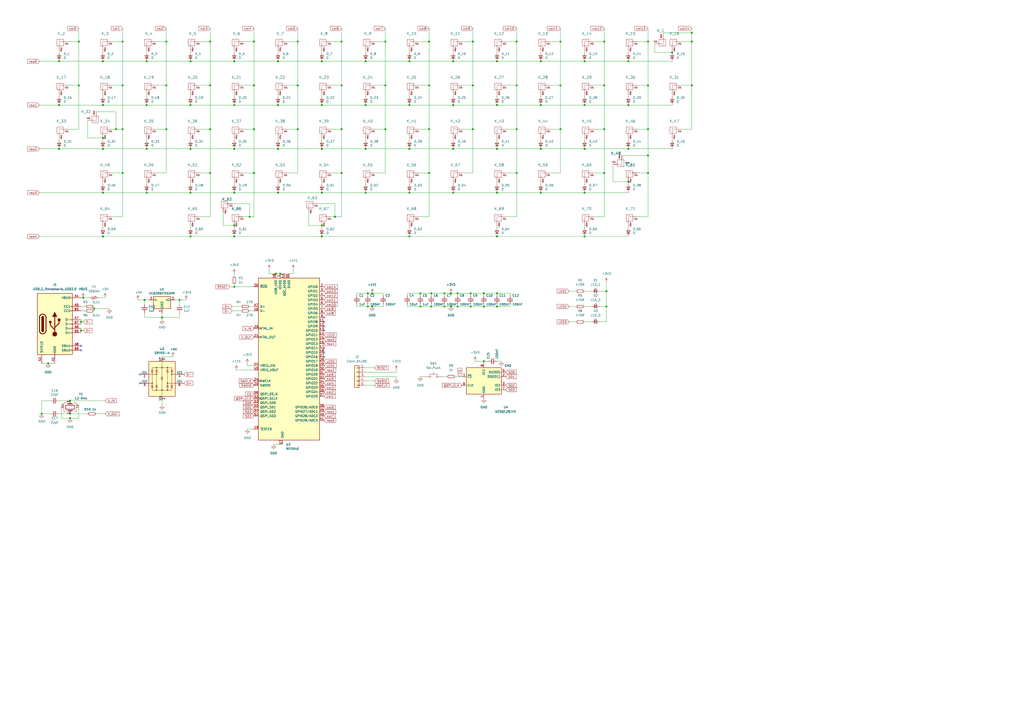
<source format=kicad_sch>
(kicad_sch (version 20211123) (generator eeschema)
  (paper "A2")
  (junction (at 147.32 100.33))
  (junction (at 250.19 170.18))
  (junction (at 147.32 24.13))
  (junction (at 162.56 158.75))
  (junction (at 59.69 60.96))
  (junction (at 313.69 111.76))
  (junction (at 161.29 60.96))
  (junction (at 71.12 100.33))
  (junction (at 375.92 100.33))
  (junction (at 172.72 74.93))
  (junction (at 135.89 130.81))
  (junction (at 257.81 177.8))
  (junction (at 110.49 35.56))
  (junction (at 274.32 49.53))
  (junction (at 85.09 86.36))
  (junction (at 350.52 74.93))
  (junction (at 237.49 137.16))
  (junction (at 339.09 35.56))
  (junction (at 280.67 170.18))
  (junction (at 59.69 80.01))
  (junction (at 135.89 137.16))
  (junction (at 186.69 111.76))
  (junction (at 339.09 60.96))
  (junction (at 110.49 111.76))
  (junction (at 273.05 177.8))
  (junction (at 212.09 86.36))
  (junction (at 350.52 24.13))
  (junction (at 198.12 49.53))
  (junction (at 288.29 137.16))
  (junction (at 248.92 100.33))
  (junction (at 96.52 49.53))
  (junction (at 288.29 170.18))
  (junction (at 288.29 60.96))
  (junction (at 45.72 24.13))
  (junction (at 161.29 35.56))
  (junction (at 237.49 86.36))
  (junction (at 250.19 177.8))
  (junction (at 325.12 24.13))
  (junction (at 144.78 125.73))
  (junction (at 401.32 19.05))
  (junction (at 172.72 49.53))
  (junction (at 121.92 24.13))
  (junction (at 274.32 74.93))
  (junction (at 215.9 177.8))
  (junction (at 237.49 111.76))
  (junction (at 339.09 86.36))
  (junction (at 67.31 74.93))
  (junction (at 243.84 170.18))
  (junction (at 288.29 86.36))
  (junction (at 93.98 184.15))
  (junction (at 273.05 170.18))
  (junction (at 186.69 137.16))
  (junction (at 299.72 100.33))
  (junction (at 265.43 170.18))
  (junction (at 401.32 24.13))
  (junction (at 40.64 240.03))
  (junction (at 34.29 60.96))
  (junction (at 198.12 24.13))
  (junction (at 257.81 170.18))
  (junction (at 135.89 111.76))
  (junction (at 248.92 49.53))
  (junction (at 110.49 86.36))
  (junction (at 147.32 74.93))
  (junction (at 237.49 60.96))
  (junction (at 212.09 111.76))
  (junction (at 262.89 60.96))
  (junction (at 364.49 105.41))
  (junction (at 59.69 86.36))
  (junction (at 110.49 60.96))
  (junction (at 364.49 35.56))
  (junction (at 299.72 24.13))
  (junction (at 325.12 74.93))
  (junction (at 213.36 170.18))
  (junction (at 83.82 173.99))
  (junction (at 40.64 242.57))
  (junction (at 212.09 60.96))
  (junction (at 186.69 60.96))
  (junction (at 59.69 35.56))
  (junction (at 104.14 173.99))
  (junction (at 85.09 35.56))
  (junction (at 34.29 35.56))
  (junction (at 85.09 60.96))
  (junction (at 194.31 125.73))
  (junction (at 350.52 100.33))
  (junction (at 186.69 86.36))
  (junction (at 389.89 30.48))
  (junction (at 223.52 74.93))
  (junction (at 262.89 86.36))
  (junction (at 375.92 90.17))
  (junction (at 261.62 170.18))
  (junction (at 339.09 137.16))
  (junction (at 135.89 35.56))
  (junction (at 325.12 49.53))
  (junction (at 121.92 100.33))
  (junction (at 45.72 49.53))
  (junction (at 54.61 179.07))
  (junction (at 186.69 35.56))
  (junction (at 280.67 209.55))
  (junction (at 46.99 186.69))
  (junction (at 313.69 60.96))
  (junction (at 288.29 35.56))
  (junction (at 375.92 49.53))
  (junction (at 299.72 74.93))
  (junction (at 223.52 49.53))
  (junction (at 313.69 86.36))
  (junction (at 135.89 166.37))
  (junction (at 288.29 111.76))
  (junction (at 24.13 240.03))
  (junction (at 339.09 111.76))
  (junction (at 71.12 49.53))
  (junction (at 85.09 111.76))
  (junction (at 48.26 172.72))
  (junction (at 288.29 177.8))
  (junction (at 40.64 232.41))
  (junction (at 265.43 177.8))
  (junction (at 212.09 35.56))
  (junction (at 96.52 74.93))
  (junction (at 172.72 24.13))
  (junction (at 313.69 35.56))
  (junction (at 274.32 24.13))
  (junction (at 110.49 137.16))
  (junction (at 299.72 49.53))
  (junction (at 215.9 170.18))
  (junction (at 59.69 111.76))
  (junction (at 161.29 111.76))
  (junction (at 147.32 49.53))
  (junction (at 280.67 177.8))
  (junction (at 351.79 168.91))
  (junction (at 364.49 60.96))
  (junction (at 135.89 60.96))
  (junction (at 401.32 49.53))
  (junction (at 71.12 74.93))
  (junction (at 262.89 111.76))
  (junction (at 59.69 137.16))
  (junction (at 261.62 177.8))
  (junction (at 121.92 49.53))
  (junction (at 351.79 177.8))
  (junction (at 375.92 74.93))
  (junction (at 350.52 49.53))
  (junction (at 248.92 24.13))
  (junction (at 237.49 35.56))
  (junction (at 223.52 24.13))
  (junction (at 96.52 24.13))
  (junction (at 135.89 86.36))
  (junction (at 213.36 177.8))
  (junction (at 248.92 74.93))
  (junction (at 161.29 86.36))
  (junction (at 121.92 74.93))
  (junction (at 243.84 177.8))
  (junction (at 71.12 24.13))
  (junction (at 198.12 74.93))
  (junction (at 46.99 191.77))
  (junction (at 262.89 35.56))
  (junction (at 34.29 86.36))
  (junction (at 27.94 210.82))
  (junction (at 364.49 86.36))
  (junction (at 160.02 158.75))
  (junction (at 375.92 24.13))
  (junction (at 198.12 100.33))
  (junction (at 186.69 130.81))
  (no_connect (at 187.96 184.15))
  (no_connect (at 187.96 186.69))
  (no_connect (at 187.96 189.23))
  (no_connect (at 187.96 191.77))
  (no_connect (at 187.96 201.93))
  (no_connect (at 187.96 204.47))
  (no_connect (at 187.96 207.01))
  (no_connect (at 46.99 200.66))
  (no_connect (at 46.99 203.2))
  (no_connect (at 81.28 222.25))
  (no_connect (at 81.28 217.17))
  (wire (pts (xy 375.92 16.51) (xy 375.92 24.13)))
  (wire (pts (xy 184.15 118.11) (xy 194.31 118.11)))
  (wire (pts (xy 140.97 74.93) (xy 147.32 74.93)))
  (wire (pts (xy 394.97 74.93) (xy 401.32 74.93)))
  (wire (pts (xy 318.77 24.13) (xy 325.12 24.13)))
  (wire (pts (xy 295.91 177.8) (xy 295.91 176.53)))
  (wire (pts (xy 67.31 64.77) (xy 67.31 74.93)))
  (wire (pts (xy 313.69 86.36) (xy 339.09 86.36)))
  (wire (pts (xy 369.57 74.93) (xy 375.92 74.93)))
  (wire (pts (xy 191.77 24.13) (xy 198.12 24.13)))
  (wire (pts (xy 143.51 248.92) (xy 147.32 248.92)))
  (wire (pts (xy 191.77 125.73) (xy 194.31 125.73)))
  (wire (pts (xy 313.69 111.76) (xy 339.09 111.76)))
  (wire (pts (xy 135.89 137.16) (xy 186.69 137.16)))
  (wire (pts (xy 325.12 74.93) (xy 325.12 49.53)))
  (wire (pts (xy 248.92 100.33) (xy 248.92 74.93)))
  (wire (pts (xy 267.97 74.93) (xy 274.32 74.93)))
  (wire (pts (xy 273.05 170.18) (xy 280.67 170.18)))
  (wire (pts (xy 364.49 105.41) (xy 364.49 106.68)))
  (wire (pts (xy 39.37 24.13) (xy 45.72 24.13)))
  (wire (pts (xy 135.89 80.01) (xy 135.89 81.28)))
  (wire (pts (xy 243.84 218.44) (xy 246.38 218.44)))
  (wire (pts (xy 242.57 24.13) (xy 248.92 24.13)))
  (wire (pts (xy 46.99 186.69) (xy 48.26 186.69)))
  (wire (pts (xy 339.09 35.56) (xy 364.49 35.56)))
  (wire (pts (xy 110.49 130.81) (xy 110.49 132.08)))
  (wire (pts (xy 222.25 170.18) (xy 215.9 170.18)))
  (wire (pts (xy 34.29 29.21) (xy 34.29 30.48)))
  (wire (pts (xy 90.17 24.13) (xy 96.52 24.13)))
  (wire (pts (xy 186.69 60.96) (xy 212.09 60.96)))
  (wire (pts (xy 59.69 86.36) (xy 85.09 86.36)))
  (wire (pts (xy 389.89 80.01) (xy 389.89 81.28)))
  (wire (pts (xy 90.17 49.53) (xy 96.52 49.53)))
  (wire (pts (xy 313.69 105.41) (xy 313.69 106.68)))
  (wire (pts (xy 212.09 54.61) (xy 212.09 55.88)))
  (wire (pts (xy 59.69 54.61) (xy 59.69 55.88)))
  (wire (pts (xy 274.32 16.51) (xy 274.32 24.13)))
  (wire (pts (xy 280.67 177.8) (xy 288.29 177.8)))
  (wire (pts (xy 375.92 100.33) (xy 375.92 90.17)))
  (wire (pts (xy 110.49 60.96) (xy 135.89 60.96)))
  (wire (pts (xy 257.81 177.8) (xy 261.62 177.8)))
  (wire (pts (xy 179.07 123.19) (xy 179.07 130.81)))
  (wire (pts (xy 186.69 86.36) (xy 212.09 86.36)))
  (wire (pts (xy 115.57 74.93) (xy 121.92 74.93)))
  (wire (pts (xy 288.29 177.8) (xy 295.91 177.8)))
  (wire (pts (xy 242.57 74.93) (xy 248.92 74.93)))
  (wire (pts (xy 45.72 16.51) (xy 45.72 24.13)))
  (wire (pts (xy 135.89 111.76) (xy 161.29 111.76)))
  (wire (pts (xy 401.32 24.13) (xy 401.32 49.53)))
  (wire (pts (xy 375.92 74.93) (xy 375.92 49.53)))
  (wire (pts (xy 165.1 158.75) (xy 162.56 158.75)))
  (wire (pts (xy 262.89 80.01) (xy 262.89 81.28)))
  (wire (pts (xy 93.98 232.41) (xy 93.98 234.95)))
  (wire (pts (xy 83.82 173.99) (xy 86.36 173.99)))
  (wire (pts (xy 90.17 74.93) (xy 96.52 74.93)))
  (wire (pts (xy 350.52 16.51) (xy 350.52 24.13)))
  (wire (pts (xy 71.12 24.13) (xy 71.12 49.53)))
  (wire (pts (xy 39.37 74.93) (xy 45.72 74.93)))
  (wire (pts (xy 186.69 105.41) (xy 186.69 106.68)))
  (wire (pts (xy 262.89 54.61) (xy 262.89 55.88)))
  (wire (pts (xy 64.77 100.33) (xy 71.12 100.33)))
  (wire (pts (xy 186.69 29.21) (xy 186.69 30.48)))
  (wire (pts (xy 364.49 29.21) (xy 364.49 30.48)))
  (wire (pts (xy 147.32 16.51) (xy 147.32 24.13)))
  (wire (pts (xy 166.37 49.53) (xy 172.72 49.53)))
  (wire (pts (xy 93.98 181.61) (xy 93.98 184.15)))
  (wire (pts (xy 242.57 125.73) (xy 248.92 125.73)))
  (wire (pts (xy 243.84 177.8) (xy 250.19 177.8)))
  (wire (pts (xy 325.12 24.13) (xy 325.12 49.53)))
  (wire (pts (xy 389.89 54.61) (xy 389.89 55.88)))
  (wire (pts (xy 191.77 49.53) (xy 198.12 49.53)))
  (wire (pts (xy 267.97 100.33) (xy 274.32 100.33)))
  (wire (pts (xy 186.69 130.81) (xy 186.69 132.08)))
  (wire (pts (xy 161.29 60.96) (xy 186.69 60.96)))
  (wire (pts (xy 110.49 80.01) (xy 110.49 81.28)))
  (wire (pts (xy 101.6 173.99) (xy 104.14 173.99)))
  (wire (pts (xy 140.97 49.53) (xy 147.32 49.53)))
  (wire (pts (xy 35.56 236.22) (xy 35.56 242.57)))
  (wire (pts (xy 59.69 35.56) (xy 85.09 35.56)))
  (wire (pts (xy 121.92 100.33) (xy 121.92 74.93)))
  (wire (pts (xy 288.29 130.81) (xy 288.29 132.08)))
  (wire (pts (xy 339.09 186.69) (xy 342.9 186.69)))
  (wire (pts (xy 364.49 80.01) (xy 364.49 81.28)))
  (wire (pts (xy 135.89 35.56) (xy 161.29 35.56)))
  (wire (pts (xy 110.49 35.56) (xy 135.89 35.56)))
  (wire (pts (xy 186.69 35.56) (xy 212.09 35.56)))
  (wire (pts (xy 134.62 118.11) (xy 144.78 118.11)))
  (wire (pts (xy 59.69 29.21) (xy 59.69 30.48)))
  (wire (pts (xy 257.81 176.53) (xy 257.81 177.8)))
  (wire (pts (xy 344.17 100.33) (xy 350.52 100.33)))
  (wire (pts (xy 198.12 24.13) (xy 198.12 49.53)))
  (wire (pts (xy 379.73 30.48) (xy 389.89 30.48)))
  (wire (pts (xy 355.6 105.41) (xy 364.49 105.41)))
  (wire (pts (xy 375.92 125.73) (xy 375.92 100.33)))
  (wire (pts (xy 147.32 212.09) (xy 143.51 212.09)))
  (wire (pts (xy 129.54 123.19) (xy 129.54 130.81)))
  (wire (pts (xy 121.92 74.93) (xy 121.92 49.53)))
  (wire (pts (xy 50.8 69.85) (xy 50.8 80.01)))
  (wire (pts (xy 161.29 29.21) (xy 161.29 30.48)))
  (wire (pts (xy 64.77 24.13) (xy 71.12 24.13)))
  (wire (pts (xy 237.49 137.16) (xy 288.29 137.16)))
  (wire (pts (xy 262.89 60.96) (xy 288.29 60.96)))
  (wire (pts (xy 135.89 130.81) (xy 135.89 132.08)))
  (wire (pts (xy 140.97 24.13) (xy 147.32 24.13)))
  (wire (pts (xy 135.89 105.41) (xy 135.89 106.68)))
  (wire (pts (xy 22.86 60.96) (xy 34.29 60.96)))
  (wire (pts (xy 172.72 74.93) (xy 172.72 49.53)))
  (wire (pts (xy 147.32 100.33) (xy 147.32 74.93)))
  (wire (pts (xy 250.19 170.18) (xy 250.19 171.45)))
  (wire (pts (xy 375.92 90.17) (xy 375.92 74.93)))
  (wire (pts (xy 217.17 49.53) (xy 223.52 49.53)))
  (wire (pts (xy 104.14 181.61) (xy 104.14 184.15)))
  (wire (pts (xy 339.09 29.21) (xy 339.09 30.48)))
  (wire (pts (xy 172.72 24.13) (xy 172.72 49.53)))
  (wire (pts (xy 133.35 166.37) (xy 135.89 166.37)))
  (wire (pts (xy 339.09 54.61) (xy 339.09 55.88)))
  (wire (pts (xy 250.19 176.53) (xy 250.19 177.8)))
  (wire (pts (xy 313.69 54.61) (xy 313.69 55.88)))
  (wire (pts (xy 264.16 218.44) (xy 267.97 218.44)))
  (wire (pts (xy 137.16 214.63) (xy 147.32 214.63)))
  (wire (pts (xy 93.98 184.15) (xy 93.98 185.42)))
  (wire (pts (xy 330.2 168.91) (xy 334.01 168.91)))
  (wire (pts (xy 172.72 16.51) (xy 172.72 24.13)))
  (wire (pts (xy 237.49 60.96) (xy 262.89 60.96)))
  (wire (pts (xy 344.17 125.73) (xy 350.52 125.73)))
  (wire (pts (xy 198.12 16.51) (xy 198.12 24.13)))
  (wire (pts (xy 215.9 170.18) (xy 213.36 170.18)))
  (wire (pts (xy 83.82 181.61) (xy 83.82 184.15)))
  (wire (pts (xy 274.32 24.13) (xy 274.32 49.53)))
  (wire (pts (xy 22.86 137.16) (xy 59.69 137.16)))
  (wire (pts (xy 257.81 170.18) (xy 257.81 171.45)))
  (wire (pts (xy 339.09 177.8) (xy 342.9 177.8)))
  (wire (pts (xy 364.49 35.56) (xy 389.89 35.56)))
  (wire (pts (xy 115.57 24.13) (xy 121.92 24.13)))
  (wire (pts (xy 135.89 166.37) (xy 147.32 166.37)))
  (wire (pts (xy 110.49 86.36) (xy 135.89 86.36)))
  (wire (pts (xy 24.13 210.82) (xy 27.94 210.82)))
  (wire (pts (xy 344.17 74.93) (xy 350.52 74.93)))
  (wire (pts (xy 295.91 170.18) (xy 295.91 171.45)))
  (wire (pts (xy 212.09 29.21) (xy 212.09 30.48)))
  (wire (pts (xy 350.52 100.33) (xy 350.52 74.93)))
  (wire (pts (xy 248.92 24.13) (xy 248.92 49.53)))
  (wire (pts (xy 217.17 74.93) (xy 223.52 74.93)))
  (wire (pts (xy 144.78 180.34) (xy 147.32 180.34)))
  (wire (pts (xy 280.67 170.18) (xy 288.29 170.18)))
  (wire (pts (xy 288.29 54.61) (xy 288.29 55.88)))
  (wire (pts (xy 34.29 232.41) (xy 40.64 232.41)))
  (wire (pts (xy 54.61 179.07) (xy 54.61 180.34)))
  (wire (pts (xy 364.49 130.81) (xy 364.49 132.08)))
  (wire (pts (xy 166.37 24.13) (xy 172.72 24.13)))
  (wire (pts (xy 71.12 49.53) (xy 71.12 74.93)))
  (wire (pts (xy 140.97 125.73) (xy 144.78 125.73)))
  (wire (pts (xy 339.09 168.91) (xy 342.9 168.91)))
  (wire (pts (xy 242.57 49.53) (xy 248.92 49.53)))
  (wire (pts (xy 250.19 177.8) (xy 257.81 177.8)))
  (wire (pts (xy 288.29 86.36) (xy 313.69 86.36)))
  (wire (pts (xy 40.64 240.03) (xy 50.8 240.03)))
  (wire (pts (xy 293.37 74.93) (xy 299.72 74.93)))
  (wire (pts (xy 213.36 170.18) (xy 213.36 171.45)))
  (wire (pts (xy 121.92 24.13) (xy 121.92 49.53)))
  (wire (pts (xy 96.52 24.13) (xy 96.52 49.53)))
  (wire (pts (xy 85.09 80.01) (xy 85.09 81.28)))
  (wire (pts (xy 257.81 170.18) (xy 261.62 170.18)))
  (wire (pts (xy 24.13 232.41) (xy 24.13 240.03)))
  (wire (pts (xy 85.09 60.96) (xy 110.49 60.96)))
  (wire (pts (xy 57.15 172.72) (xy 60.96 172.72)))
  (wire (pts (xy 207.01 170.18) (xy 207.01 171.45)))
  (wire (pts (xy 34.29 86.36) (xy 59.69 86.36)))
  (wire (pts (xy 217.17 100.33) (xy 223.52 100.33)))
  (wire (pts (xy 237.49 35.56) (xy 262.89 35.56)))
  (wire (pts (xy 29.21 232.41) (xy 24.13 232.41)))
  (wire (pts (xy 262.89 35.56) (xy 288.29 35.56)))
  (wire (pts (xy 156.21 156.21) (xy 156.21 158.75)))
  (wire (pts (xy 144.78 118.11) (xy 144.78 125.73)))
  (wire (pts (xy 198.12 100.33) (xy 198.12 74.93)))
  (wire (pts (xy 288.29 105.41) (xy 288.29 106.68)))
  (wire (pts (xy 67.31 74.93) (xy 71.12 74.93)))
  (wire (pts (xy 22.86 111.76) (xy 59.69 111.76)))
  (wire (pts (xy 85.09 35.56) (xy 110.49 35.56)))
  (wire (pts (xy 273.05 176.53) (xy 273.05 177.8)))
  (wire (pts (xy 288.29 80.01) (xy 288.29 81.28)))
  (wire (pts (xy 129.54 130.81) (xy 135.89 130.81)))
  (wire (pts (xy 194.31 125.73) (xy 198.12 125.73)))
  (wire (pts (xy 46.99 177.8) (xy 49.53 177.8)))
  (wire (pts (xy 265.43 170.18) (xy 265.43 171.45)))
  (wire (pts (xy 262.89 29.21) (xy 262.89 30.48)))
  (wire (pts (xy 344.17 49.53) (xy 350.52 49.53)))
  (wire (pts (xy 217.17 24.13) (xy 223.52 24.13)))
  (wire (pts (xy 265.43 177.8) (xy 273.05 177.8)))
  (wire (pts (xy 59.69 60.96) (xy 85.09 60.96)))
  (wire (pts (xy 293.37 49.53) (xy 299.72 49.53)))
  (wire (pts (xy 355.6 95.25) (xy 355.6 105.41)))
  (wire (pts (xy 350.52 125.73) (xy 350.52 100.33)))
  (wire (pts (xy 96.52 16.51) (xy 96.52 24.13)))
  (wire (pts (xy 280.67 176.53) (xy 280.67 177.8)))
  (wire (pts (xy 85.09 29.21) (xy 85.09 30.48)))
  (wire (pts (xy 172.72 100.33) (xy 172.72 74.93)))
  (wire (pts (xy 54.61 177.8) (xy 54.61 179.07)))
  (wire (pts (xy 59.69 130.81) (xy 59.69 132.08)))
  (wire (pts (xy 59.69 105.41) (xy 59.69 106.68)))
  (wire (pts (xy 288.29 209.55) (xy 290.83 209.55)))
  (wire (pts (xy 350.52 74.93) (xy 350.52 49.53)))
  (wire (pts (xy 369.57 49.53) (xy 375.92 49.53)))
  (wire (pts (xy 237.49 80.01) (xy 237.49 81.28)))
  (wire (pts (xy 161.29 105.41) (xy 161.29 106.68)))
  (wire (pts (xy 288.29 176.53) (xy 288.29 177.8)))
  (wire (pts (xy 229.87 214.63) (xy 229.87 215.9)))
  (wire (pts (xy 40.64 242.57) (xy 45.72 242.57)))
  (wire (pts (xy 64.77 74.93) (xy 67.31 74.93)))
  (wire (pts (xy 80.01 173.99) (xy 83.82 173.99)))
  (wire (pts (xy 55.88 64.77) (xy 67.31 64.77)))
  (wire (pts (xy 267.97 49.53) (xy 274.32 49.53)))
  (wire (pts (xy 248.92 125.73) (xy 248.92 100.33)))
  (wire (pts (xy 96.52 100.33) (xy 96.52 74.93)))
  (wire (pts (xy 110.49 105.41) (xy 110.49 106.68)))
  (wire (pts (xy 207.01 177.8) (xy 213.36 177.8)))
  (wire (pts (xy 318.77 49.53) (xy 325.12 49.53)))
  (wire (pts (xy 115.57 49.53) (xy 121.92 49.53)))
  (wire (pts (xy 46.99 191.77) (xy 48.26 191.77)))
  (wire (pts (xy 344.17 24.13) (xy 350.52 24.13)))
  (wire (pts (xy 401.32 16.51) (xy 401.32 19.05)))
  (wire (pts (xy 394.97 49.53) (xy 401.32 49.53)))
  (wire (pts (xy 39.37 49.53) (xy 45.72 49.53)))
  (wire (pts (xy 104.14 184.15) (xy 93.98 184.15)))
  (wire (pts (xy 318.77 100.33) (xy 325.12 100.33)))
  (wire (pts (xy 389.89 29.21) (xy 389.89 30.48)))
  (wire (pts (xy 237.49 105.41) (xy 237.49 106.68)))
  (wire (pts (xy 110.49 54.61) (xy 110.49 55.88)))
  (wire (pts (xy 243.84 170.18) (xy 243.84 171.45)))
  (wire (pts (xy 313.69 80.01) (xy 313.69 81.28)))
  (wire (pts (xy 54.61 179.07) (xy 63.5 179.07)))
  (wire (pts (xy 384.81 19.05) (xy 384.81 20.32)))
  (wire (pts (xy 256.54 218.44) (xy 259.08 218.44)))
  (wire (pts (xy 59.69 80.01) (xy 59.69 81.28)))
  (wire (pts (xy 384.81 19.05) (xy 401.32 19.05)))
  (wire (pts (xy 140.97 100.33) (xy 147.32 100.33)))
  (wire (pts (xy 85.09 111.76) (xy 110.49 111.76)))
  (wire (pts (xy 64.77 125.73) (xy 71.12 125.73)))
  (wire (pts (xy 179.07 130.81) (xy 186.69 130.81)))
  (wire (pts (xy 222.25 177.8) (xy 222.25 176.53)))
  (wire (pts (xy 212.09 223.52) (xy 217.17 223.52)))
  (wire (pts (xy 167.64 158.75) (xy 170.18 158.75)))
  (wire (pts (xy 71.12 16.51) (xy 71.12 24.13)))
  (wire (pts (xy 261.62 170.18) (xy 265.43 170.18)))
  (wire (pts (xy 237.49 29.21) (xy 237.49 30.48)))
  (wire (pts (xy 166.37 100.33) (xy 172.72 100.33)))
  (wire (pts (xy 237.49 54.61) (xy 237.49 55.88)))
  (wire (pts (xy 369.57 24.13) (xy 375.92 24.13)))
  (wire (pts (xy 158.75 257.81) (xy 163.83 257.81)))
  (wire (pts (xy 166.37 74.93) (xy 172.72 74.93)))
  (wire (pts (xy 147.32 74.93) (xy 147.32 49.53)))
  (wire (pts (xy 339.09 130.81) (xy 339.09 132.08)))
  (wire (pts (xy 212.09 60.96) (xy 237.49 60.96)))
  (wire (pts (xy 48.26 172.72) (xy 52.07 172.72)))
  (wire (pts (xy 212.09 86.36) (xy 237.49 86.36)))
  (wire (pts (xy 212.09 218.44) (xy 229.87 218.44)))
  (wire (pts (xy 236.22 171.45) (xy 236.22 170.18)))
  (wire (pts (xy 59.69 137.16) (xy 110.49 137.16)))
  (wire (pts (xy 135.89 165.1) (xy 135.89 166.37)))
  (wire (pts (xy 339.09 105.41) (xy 339.09 106.68)))
  (wire (pts (xy 212.09 220.98) (xy 217.17 220.98)))
  (wire (pts (xy 243.84 177.8) (xy 243.84 176.53)))
  (wire (pts (xy 288.29 137.16) (xy 339.09 137.16)))
  (wire (pts (xy 248.92 16.51) (xy 248.92 24.13)))
  (wire (pts (xy 325.12 100.33) (xy 325.12 74.93)))
  (wire (pts (xy 45.72 242.57) (xy 45.72 236.22)))
  (wire (pts (xy 223.52 74.93) (xy 223.52 49.53)))
  (wire (pts (xy 143.51 210.82) (xy 143.51 212.09)))
  (wire (pts (xy 212.09 80.01) (xy 212.09 81.28)))
  (wire (pts (xy 318.77 74.93) (xy 325.12 74.93)))
  (wire (pts (xy 237.49 130.81) (xy 237.49 132.08)))
  (wire (pts (xy 121.92 16.51) (xy 121.92 24.13)))
  (wire (pts (xy 236.22 176.53) (xy 236.22 177.8)))
  (wire (pts (xy 46.99 190.5) (xy 46.99 191.77)))
  (wire (pts (xy 213.36 177.8) (xy 213.36 176.53)))
  (wire (pts (xy 299.72 74.93) (xy 299.72 49.53)))
  (wire (pts (xy 394.97 24.13) (xy 401.32 24.13)))
  (wire (pts (xy 212.09 213.36) (xy 217.17 213.36)))
  (wire (pts (xy 213.36 170.18) (xy 207.01 170.18)))
  (wire (pts (xy 339.09 86.36) (xy 364.49 86.36)))
  (wire (pts (xy 104.14 173.99) (xy 107.95 173.99)))
  (wire (pts (xy 299.72 24.13) (xy 299.72 49.53)))
  (wire (pts (xy 194.31 118.11) (xy 194.31 125.73)))
  (wire (pts (xy 339.09 111.76) (xy 364.49 111.76)))
  (wire (pts (xy 223.52 100.33) (xy 223.52 74.93)))
  (wire (pts (xy 134.62 177.8) (xy 139.7 177.8)))
  (wire (pts (xy 265.43 170.18) (xy 273.05 170.18)))
  (wire (pts (xy 351.79 163.83) (xy 351.79 168.91)))
  (wire (pts (xy 45.72 74.93) (xy 45.72 49.53)))
  (wire (pts (xy 265.43 176.53) (xy 265.43 177.8)))
  (wire (pts (xy 267.97 24.13) (xy 274.32 24.13)))
  (wire (pts (xy 34.29 35.56) (xy 59.69 35.56)))
  (wire (pts (xy 351.79 177.8) (xy 347.98 177.8)))
  (wire (pts (xy 144.78 177.8) (xy 147.32 177.8)))
  (wire (pts (xy 293.37 24.13) (xy 299.72 24.13)))
  (wire (pts (xy 191.77 100.33) (xy 198.12 100.33)))
  (wire (pts (xy 250.19 170.18) (xy 257.81 170.18)))
  (wire (pts (xy 288.29 35.56) (xy 313.69 35.56)))
  (wire (pts (xy 350.52 24.13) (xy 350.52 49.53)))
  (wire (pts (xy 85.09 86.36) (xy 110.49 86.36)))
  (wire (pts (xy 299.72 125.73) (xy 299.72 100.33)))
  (wire (pts (xy 46.99 191.77) (xy 46.99 193.04)))
  (wire (pts (xy 186.69 80.01) (xy 186.69 81.28)))
  (wire (pts (xy 147.32 125.73) (xy 147.32 100.33)))
  (wire (pts (xy 213.36 177.8) (xy 215.9 177.8)))
  (wire (pts (xy 401.32 74.93) (xy 401.32 49.53)))
  (wire (pts (xy 237.49 111.76) (xy 262.89 111.76)))
  (wire (pts (xy 242.57 100.33) (xy 248.92 100.33)))
  (wire (pts (xy 330.2 177.8) (xy 334.01 177.8)))
  (wire (pts (xy 339.09 137.16) (xy 364.49 137.16)))
  (wire (pts (xy 135.89 86.36) (xy 161.29 86.36)))
  (wire (pts (xy 29.21 240.03) (xy 24.13 240.03)))
  (wire (pts (xy 71.12 125.73) (xy 71.12 100.33)))
  (wire (pts (xy 375.92 24.13) (xy 375.92 49.53)))
  (wire (pts (xy 299.72 16.51) (xy 299.72 24.13)))
  (wire (pts (xy 288.29 170.18) (xy 295.91 170.18)))
  (wire (pts (xy 46.99 180.34) (xy 49.53 180.34)))
  (wire (pts (xy 161.29 86.36) (xy 186.69 86.36)))
  (wire (pts (xy 299.72 100.33) (xy 299.72 74.93)))
  (wire (pts (xy 96.52 74.93) (xy 96.52 49.53)))
  (wire (pts (xy 64.77 49.53) (xy 71.12 49.53)))
  (wire (pts (xy 50.8 80.01) (xy 59.69 80.01)))
  (wire (pts (xy 351.79 177.8) (xy 351.79 186.69)))
  (wire (pts (xy 45.72 24.13) (xy 45.72 49.53)))
  (wire (pts (xy 288.29 29.21) (xy 288.29 30.48)))
  (wire (pts (xy 135.89 29.21) (xy 135.89 30.48)))
  (wire (pts (xy 161.29 54.61) (xy 161.29 55.88)))
  (wire (pts (xy 275.59 209.55) (xy 280.67 209.55)))
  (wire (pts (xy 212.09 111.76) (xy 237.49 111.76)))
  (wire (pts (xy 261.62 177.8) (xy 265.43 177.8)))
  (wire (pts (xy 115.57 125.73) (xy 121.92 125.73)))
  (wire (pts (xy 161.29 111.76) (xy 186.69 111.76)))
  (wire (pts (xy 27.94 210.82) (xy 31.75 210.82)))
  (wire (pts (xy 147.32 24.13) (xy 147.32 49.53)))
  (wire (pts (xy 351.79 168.91) (xy 351.79 177.8)))
  (wire (pts (xy 191.77 74.93) (xy 198.12 74.93)))
  (wire (pts (xy 186.69 111.76) (xy 212.09 111.76)))
  (wire (pts (xy 236.22 170.18) (xy 243.84 170.18)))
  (wire (pts (xy 325.12 16.51) (xy 325.12 24.13)))
  (wire (pts (xy 379.73 25.4) (xy 379.73 30.48)))
  (wire (pts (xy 104.14 173.99) (xy 104.14 176.53)))
  (wire (pts (xy 110.49 137.16) (xy 135.89 137.16)))
  (wire (pts (xy 55.88 240.03) (xy 60.96 240.03)))
  (wire (pts (xy 34.29 240.03) (xy 40.64 240.03)))
  (wire (pts (xy 160.02 158.75) (xy 156.21 158.75)))
  (wire (pts (xy 293.37 125.73) (xy 299.72 125.73)))
  (wire (pts (xy 93.98 207.01) (xy 100.33 207.01)))
  (wire (pts (xy 262.89 86.36) (xy 288.29 86.36)))
  (wire (pts (xy 313.69 29.21) (xy 313.69 30.48)))
  (wire (pts (xy 34.29 80.01) (xy 34.29 81.28)))
  (wire (pts (xy 121.92 125.73) (xy 121.92 100.33)))
  (wire (pts (xy 313.69 35.56) (xy 339.09 35.56)))
  (wire (pts (xy 222.25 171.45) (xy 222.25 170.18)))
  (wire (pts (xy 35.56 242.57) (xy 40.64 242.57)))
  (wire (pts (xy 34.29 60.96) (xy 59.69 60.96)))
  (wire (pts (xy 46.99 186.69) (xy 46.99 187.96)))
  (wire (pts (xy 243.84 170.18) (xy 250.19 170.18)))
  (wire (pts (xy 162.56 158.75) (xy 160.02 158.75)))
  (wire (pts (xy 212.09 35.56) (xy 237.49 35.56)))
  (wire (pts (xy 135.89 158.75) (xy 135.89 160.02)))
  (wire (pts (xy 198.12 125.73) (xy 198.12 100.33)))
  (wire (pts (xy 273.05 177.8) (xy 280.67 177.8)))
  (wire (pts (xy 90.17 100.33) (xy 96.52 100.33)))
  (wire (pts (xy 274.32 74.93) (xy 274.32 49.53)))
  (wire (pts (xy 212.09 105.41) (xy 212.09 106.68)))
  (wire (pts (xy 237.49 86.36) (xy 262.89 86.36)))
  (wire (pts (xy 71.12 100.33) (xy 71.12 74.93)))
  (wire (pts (xy 198.12 74.93) (xy 198.12 49.53)))
  (wire (pts (xy 170.18 156.21) (xy 170.18 158.75)))
  (wire (pts (xy 22.86 86.36) (xy 34.29 86.36)))
  (wire (pts (xy 262.89 105.41) (xy 262.89 106.68)))
  (wire (pts (xy 280.67 210.82) (xy 280.67 209.55)))
  (wire (pts (xy 46.99 172.72) (xy 48.26 172.72)))
  (wire (pts (xy 22.86 35.56) (xy 34.29 35.56)))
  (wire (pts (xy 186.69 137.16) (xy 237.49 137.16)))
  (wire (pts (xy 161.29 80.01) (xy 161.29 81.28)))
  (wire (pts (xy 288.29 170.18) (xy 288.29 171.45)))
  (wire (pts (xy 115.57 100.33) (xy 121.92 100.33)))
  (wire (pts (xy 40.64 232.41) (xy 60.96 232.41)))
  (wire (pts (xy 288.29 60.96) (xy 313.69 60.96)))
  (wire (pts (xy 83.82 184.15) (xy 93.98 184.15)))
  (wire (pts (xy 85.09 105.41) (xy 85.09 106.68)))
  (wire (pts (xy 347.98 168.91) (xy 351.79 168.91)))
  (wire (pts (xy 288.29 111.76) (xy 313.69 111.76)))
  (wire (pts (xy 280.67 170.18) (xy 280.67 171.45)))
  (wire (pts (xy 401.32 19.05) (xy 401.32 24.13)))
  (wire (pts (xy 364.49 54.61) (xy 364.49 55.88)))
  (wire (pts (xy 134.62 180.34) (xy 139.7 180.34)))
  (wire (pts (xy 207.01 176.53) (xy 207.01 177.8)))
  (wire (pts (xy 339.09 80.01) (xy 339.09 81.28)))
  (wire (pts (xy 223.52 16.51) (xy 223.52 24.13)))
  (wire (pts (xy 212.09 215.9) (xy 229.87 215.9)))
  (wire (pts (xy 144.78 125.73) (xy 147.32 125.73)))
  (wire (pts (xy 273.05 170.18) (xy 273.05 171.45)))
  (wire (pts (xy 330.2 186.69) (xy 334.01 186.69)))
  (wire (pts (xy 313.69 60.96) (xy 339.09 60.96)))
  (wire (pts (xy 223.52 24.13) (xy 223.52 49.53)))
  (wire (pts (xy 215.9 177.8) (xy 222.25 177.8)))
  (wire (pts (xy 110.49 111.76) (xy 135.89 111.76)))
  (wire (pts (xy 135.89 60.96) (xy 161.29 60.96)))
  (wire (pts (xy 248.92 74.93) (xy 248.92 49.53)))
  (wire (pts (xy 369.57 125.73) (xy 375.92 125.73)))
  (wire (pts (xy 236.22 177.8) (xy 243.84 177.8)))
  (wire (pts (xy 364.49 60.96) (xy 389.89 60.96)))
  (wire (pts (xy 339.09 60.96) (xy 364.49 60.96)))
  (wire (pts (xy 280.67 209.55) (xy 283.21 209.55)))
  (wire (pts (xy 369.57 100.33) (xy 375.92 100.33)))
  (wire (pts (xy 186.69 54.61) (xy 186.69 55.88)))
  (wire (pts (xy 229.87 218.44) (xy 229.87 219.71)))
  (wire (pts (xy 85.09 54.61) (xy 85.09 55.88)))
  (wire (pts (xy 161.29 35.56) (xy 186.69 35.56)))
  (wire (pts (xy 135.89 54.61) (xy 135.89 55.88)))
  (wire (pts (xy 34.29 54.61) (xy 34.29 55.88)))
  (wire (pts (xy 262.89 111.76) (xy 288.29 111.76)))
  (wire (pts (xy 274.32 100.33) (xy 274.32 74.93)))
  (wire (pts (xy 351.79 186.69) (xy 347.98 186.69)))
  (wire (pts (xy 293.37 100.33) (xy 299.72 100.33)))
  (wire (pts (xy 360.68 90.17) (xy 375.92 90.17)))
  (wire (pts (xy 364.49 86.36) (xy 389.89 86.36)))
  (wire (pts (xy 59.69 111.76) (xy 85.09 111.76)))
  (wire (pts (xy 46.99 185.42) (xy 46.99 186.69)))
  (wire (pts (xy 83.82 173.99) (xy 83.82 176.53)))
  (wire (pts (xy 110.49 29.21) (xy 110.49 30.48)))
  (global_label "col5" (shape input) (at 172.72 16.51 180) (property "Intersheet References" "${INTERSHEET_REFS}" (effects hide)))
  (global_label "SD0" (shape input) (at 293.37 215.9 0) (property "Intersheet References" "${INTERSHEET_REFS}" (effects hide)))
  (global_label "CS" (shape input) (at 266.7 218.44 90) (property "Intersheet References" "${INTERSHEET_REFS}" (effects hide)))
  (global_label "col1" (shape input) (at 187.96 229.87 0) (property "Intersheet References" "${INTERSHEET_REFS}" (effects hide)))
  (global_label "row3" (shape input) (at 22.86 111.76 180) (property "Intersheet References" "${INTERSHEET_REFS}" (effects hide)))
  (global_label "col14" (shape input) (at 401.32 16.51 180) (property "Intersheet References" "${INTERSHEET_REFS}" (effects hide)))
  (global_label "col0" (shape input) (at 45.72 16.51 180) (property "Intersheet References" "${INTERSHEET_REFS}" (effects hide)))
  (global_label "col11" (shape input) (at 325.12 16.51 180) (property "Intersheet References" "${INTERSHEET_REFS}" (effects hide)))
  (global_label "SWCLK" (shape input) (at 217.17 223.52 0) (property "Intersheet References" "${INTERSHEET_REFS}" (effects hide)))
  (global_label "col6" (shape input) (at 198.12 16.51 180) (property "Intersheet References" "${INTERSHEET_REFS}" (effects hide)))
  (global_label "col2" (shape input) (at 187.96 227.33 0) (property "Intersheet References" "${INTERSHEET_REFS}" (effects hide)))
  (global_label "X_IN" (shape input) (at 60.96 232.41 0) (property "Intersheet References" "${INTERSHEET_REFS}" (effects hide)))
  (global_label "SWCLK" (shape input) (at 147.32 220.98 180) (property "Intersheet References" "${INTERSHEET_REFS}" (effects hide)))
  (global_label "QSPI_CLK" (shape input) (at 267.97 223.52 180) (property "Intersheet References" "${INTERSHEET_REFS}" (effects hide)))
  (global_label "row1" (shape input) (at 187.96 238.76 0) (property "Intersheet References" "${INTERSHEET_REFS}" (effects hide)))
  (global_label "col13" (shape input) (at 375.92 16.51 180) (property "Intersheet References" "${INTERSHEET_REFS}" (effects hide)))
  (global_label "col1" (shape input) (at 71.12 16.51 180) (property "Intersheet References" "${INTERSHEET_REFS}" (effects hide)))
  (global_label "row1" (shape input) (at 22.86 60.96 180) (property "Intersheet References" "${INTERSHEET_REFS}" (effects hide)))
  (global_label "row2" (shape input) (at 22.86 86.36 180) (property "Intersheet References" "${INTERSHEET_REFS}" (effects hide)))
  (global_label "D+" (shape input) (at 48.26 191.77 0) (property "Intersheet References" "${INTERSHEET_REFS}" (effects hide)))
  (global_label "col0" (shape input) (at 187.96 236.22 0) (property "Intersheet References" "${INTERSHEET_REFS}" (effects hide)))
  (global_label "X_OUT" (shape input) (at 147.32 195.58 180) (property "Intersheet References" "${INTERSHEET_REFS}" (effects hide)))
  (global_label "col8" (shape input) (at 187.96 181.61 0) (property "Intersheet References" "${INTERSHEET_REFS}" (effects hide)))
  (global_label "SD2" (shape input) (at 147.32 238.76 180) (property "Intersheet References" "${INTERSHEET_REFS}" (effects hide)))
  (global_label "D-" (shape input) (at 48.26 186.69 0) (property "Intersheet References" "${INTERSHEET_REFS}" (effects hide)))
  (global_label "SD1" (shape input) (at 147.32 236.22 180) (property "Intersheet References" "${INTERSHEET_REFS}" (effects hide)))
  (global_label "row0" (shape input) (at 187.96 243.84 0) (property "Intersheet References" "${INTERSHEET_REFS}" (effects hide)))
  (global_label "LED3" (shape input) (at 330.2 186.69 180) (property "Intersheet References" "${INTERSHEET_REFS}" (effects hide)))
  (global_label "D+" (shape input) (at 106.68 222.25 0) (property "Intersheet References" "${INTERSHEET_REFS}" (effects hide)))
  (global_label "D+" (shape input) (at 134.62 177.8 180) (property "Intersheet References" "${INTERSHEET_REFS}" (effects hide)))
  (global_label "col8" (shape input) (at 248.92 16.51 180) (property "Intersheet References" "${INTERSHEET_REFS}" (effects hide)))
  (global_label "SD3" (shape input) (at 147.32 241.3 180) (property "Intersheet References" "${INTERSHEET_REFS}" (effects hide)))
  (global_label "row2" (shape input) (at 187.96 214.63 0) (property "Intersheet References" "${INTERSHEET_REFS}" (effects hide)))
  (global_label "SWDIO" (shape input) (at 217.17 220.98 0) (property "Intersheet References" "${INTERSHEET_REFS}" (effects hide)))
  (global_label "col14" (shape input) (at 187.96 166.37 0) (property "Intersheet References" "${INTERSHEET_REFS}" (effects hide)))
  (global_label "col12" (shape input) (at 187.96 171.45 0) (property "Intersheet References" "${INTERSHEET_REFS}" (effects hide)))
  (global_label "col9" (shape input) (at 274.32 16.51 180) (property "Intersheet References" "${INTERSHEET_REFS}" (effects hide)))
  (global_label "SD1" (shape input) (at 293.37 218.44 0) (property "Intersheet References" "${INTERSHEET_REFS}" (effects hide)))
  (global_label "col13" (shape input) (at 187.96 168.91 0) (property "Intersheet References" "${INTERSHEET_REFS}" (effects hide)))
  (global_label "col6" (shape input) (at 187.96 217.17 0) (property "Intersheet References" "${INTERSHEET_REFS}" (effects hide)))
  (global_label "col4" (shape input) (at 187.96 222.25 0) (property "Intersheet References" "${INTERSHEET_REFS}" (effects hide)))
  (global_label "col11" (shape input) (at 187.96 173.99 0) (property "Intersheet References" "${INTERSHEET_REFS}" (effects hide)))
  (global_label "col9" (shape input) (at 187.96 179.07 0) (property "Intersheet References" "${INTERSHEET_REFS}" (effects hide)))
  (global_label "col7" (shape input) (at 223.52 16.51 180) (property "Intersheet References" "${INTERSHEET_REFS}" (effects hide)))
  (global_label "D-" (shape input) (at 106.68 217.17 0) (property "Intersheet References" "${INTERSHEET_REFS}" (effects hide)))
  (global_label "col2" (shape input) (at 96.52 16.51 180) (property "Intersheet References" "${INTERSHEET_REFS}" (effects hide)))
  (global_label "SD3" (shape input) (at 293.37 226.06 0) (property "Intersheet References" "${INTERSHEET_REFS}" (effects hide)))
  (global_label "SWDIO" (shape input) (at 147.32 223.52 180) (property "Intersheet References" "${INTERSHEET_REFS}" (effects hide)))
  (global_label "LED1" (shape input) (at 187.96 212.09 0) (property "Intersheet References" "${INTERSHEET_REFS}" (effects hide)))
  (global_label "QSPI_CLK" (shape input) (at 147.32 231.14 180) (property "Intersheet References" "${INTERSHEET_REFS}" (effects hide)))
  (global_label "D-" (shape input) (at 134.62 180.34 180) (property "Intersheet References" "${INTERSHEET_REFS}" (effects hide)))
  (global_label "LED2" (shape input) (at 187.96 209.55 0) (property "Intersheet References" "${INTERSHEET_REFS}" (effects hide)))
  (global_label "X_OUT" (shape input) (at 60.96 240.03 0) (property "Intersheet References" "${INTERSHEET_REFS}" (effects hide)))
  (global_label "col4" (shape input) (at 147.32 16.51 180) (property "Intersheet References" "${INTERSHEET_REFS}" (effects hide)))
  (global_label "CS" (shape input) (at 147.32 228.6 180) (property "Intersheet References" "${INTERSHEET_REFS}" (effects hide)))
  (global_label "RESET" (shape input) (at 217.17 213.36 0) (property "Intersheet References" "${INTERSHEET_REFS}" (effects hide)))
  (global_label "row4" (shape input) (at 187.96 199.39 0) (property "Intersheet References" "${INTERSHEET_REFS}" (effects hide)))
  (global_label "row3" (shape input) (at 187.96 196.85 0) (property "Intersheet References" "${INTERSHEET_REFS}" (effects hide)))
  (global_label "col10" (shape input) (at 299.72 16.51 180) (property "Intersheet References" "${INTERSHEET_REFS}" (effects hide)))
  (global_label "row0" (shape input) (at 22.86 35.56 180) (property "Intersheet References" "${INTERSHEET_REFS}" (effects hide)))
  (global_label "LED2" (shape input) (at 330.2 177.8 180) (property "Intersheet References" "${INTERSHEET_REFS}" (effects hide)))
  (global_label "col3" (shape input) (at 187.96 224.79 0) (property "Intersheet References" "${INTERSHEET_REFS}" (effects hide)))
  (global_label "col10" (shape input) (at 187.96 176.53 0) (property "Intersheet References" "${INTERSHEET_REFS}" (effects hide)))
  (global_label "SD0" (shape input) (at 147.32 233.68 180) (property "Intersheet References" "${INTERSHEET_REFS}" (effects hide)))
  (global_label "col12" (shape input) (at 350.52 16.51 180) (property "Intersheet References" "${INTERSHEET_REFS}" (effects hide)))
  (global_label "row4" (shape input) (at 22.86 137.16 180) (property "Intersheet References" "${INTERSHEET_REFS}" (effects hide)))
  (global_label "X_IN" (shape input) (at 147.32 190.5 180) (property "Intersheet References" "${INTERSHEET_REFS}" (effects hide)))
  (global_label "col7" (shape input) (at 187.96 241.3 0) (property "Intersheet References" "${INTERSHEET_REFS}" (effects hide)))
  (global_label "LED1" (shape input) (at 330.2 168.91 180) (property "Intersheet References" "${INTERSHEET_REFS}" (effects hide)))
  (global_label "col3" (shape input) (at 121.92 16.51 180) (property "Intersheet References" "${INTERSHEET_REFS}" (effects hide)))
  (global_label "RESET" (shape input) (at 133.35 166.37 180) (property "Intersheet References" "${INTERSHEET_REFS}" (effects hide)))
  (global_label "col5" (shape input) (at 187.96 219.71 0) (property "Intersheet References" "${INTERSHEET_REFS}" (effects hide)))
  (global_label "LED3" (shape input) (at 187.96 194.31 0) (property "Intersheet References" "${INTERSHEET_REFS}" (effects hide)))
  (global_label "SD2" (shape input) (at 293.37 223.52 0) (property "Intersheet References" "${INTERSHEET_REFS}" (effects hide)))
  (symbol (lib_id "MX_Alps_Hybrid:MX-NoLED") (at 35.56 25.4 0) (unit 1)
    (property "Reference" "K_2" (at 35.56 19.4818 0) (effects (font (size 1.524 1.524))))
    (property "Value" "KEYSW" (effects hide))
    (property "Footprint" "MX_Alps_Hybrid:MX-1U-NoLED" (effects hide))
  )
  (symbol (lib_id "Device:D_Small") (at 59.69 33.02 90) (unit 1)
    (property "Reference" "D_2" (at 62.23 31.242 90) (effects (justify right)))
    (property "Value" "D" (at 62.23 33.528 90) (effects (justify right)))
    (property "Footprint" "Diode_SMD:D_SOD-123" (effects hide))
    (property "JLC" "C64898" (effects hide))
  )
  (symbol (lib_id "MX_Alps_Hybrid:MX-NoLED") (at 60.96 25.4 0) (unit 1)
    (property "Reference" "K_3" (at 60.96 19.4818 0) (effects (font (size 1.524 1.524))))
    (property "Value" "KEYSW" (effects hide))
    (property "Footprint" "MX_Alps_Hybrid:MX-1U-NoLED" (effects hide))
  )
  (symbol (lib_id "Device:D_Small") (at 85.09 33.02 90) (unit 1)
    (property "Reference" "D_3" (at 87.63 31.242 90) (effects (justify right)))
    (property "Value" "D" (at 87.63 33.528 90) (effects (justify right)))
    (property "Footprint" "Diode_SMD:D_SOD-123" (effects hide))
    (property "JLC" "C64898" (effects hide))
  )
  (symbol (lib_id "MX_Alps_Hybrid:MX-NoLED") (at 86.36 25.4 0) (unit 1)
    (property "Reference" "K_4" (at 86.36 19.4818 0) (effects (font (size 1.524 1.524))))
    (property "Value" "KEYSW" (effects hide))
    (property "Footprint" "MX_Alps_Hybrid:MX-1U-NoLED" (effects hide))
  )
  (symbol (lib_id "Device:D_Small") (at 110.49 33.02 90) (unit 1)
    (property "Reference" "D_4" (at 113.03 31.242 90) (effects (justify right)))
    (property "Value" "D" (at 113.03 33.528 90) (effects (justify right)))
    (property "Footprint" "Diode_SMD:D_SOD-123" (effects hide))
    (property "JLC" "C64898" (effects hide))
  )
  (symbol (lib_id "MX_Alps_Hybrid:MX-NoLED") (at 111.76 25.4 0) (unit 1)
    (property "Reference" "K_5" (at 111.76 19.4818 0) (effects (font (size 1.524 1.524))))
    (property "Value" "KEYSW" (effects hide))
    (property "Footprint" "MX_Alps_Hybrid:MX-1U-NoLED" (effects hide))
  )
  (symbol (lib_id "Device:D_Small") (at 135.89 33.02 90) (unit 1)
    (property "Reference" "D_5" (at 138.43 31.242 90) (effects (justify right)))
    (property "Value" "D" (at 138.43 33.528 90) (effects (justify right)))
    (property "Footprint" "Diode_SMD:D_SOD-123" (effects hide))
    (property "JLC" "C64898" (effects hide))
  )
  (symbol (lib_id "MX_Alps_Hybrid:MX-NoLED") (at 137.16 25.4 0) (unit 1)
    (property "Reference" "K_6" (at 137.16 19.4818 0) (effects (font (size 1.524 1.524))))
    (property "Value" "KEYSW" (effects hide))
    (property "Footprint" "MX_Alps_Hybrid:MX-1U-NoLED" (effects hide))
  )
  (symbol (lib_id "Device:D_Small") (at 161.29 33.02 90) (unit 1)
    (property "Reference" "D_6" (at 163.83 31.242 90) (effects (justify right)))
    (property "Value" "D" (at 163.83 33.528 90) (effects (justify right)))
    (property "Footprint" "Diode_SMD:D_SOD-123" (effects hide))
    (property "JLC" "C64898" (effects hide))
  )
  (symbol (lib_id "MX_Alps_Hybrid:MX-NoLED") (at 162.56 25.4 0) (unit 1)
    (property "Reference" "K_7" (at 162.56 19.4818 0) (effects (font (size 1.524 1.524))))
    (property "Value" "KEYSW" (effects hide))
    (property "Footprint" "MX_Alps_Hybrid:MX-1U-NoLED" (effects hide))
  )
  (symbol (lib_id "Device:D_Small") (at 186.69 33.02 90) (unit 1)
    (property "Reference" "D_7" (at 189.23 31.242 90) (effects (justify right)))
    (property "Value" "D" (at 189.23 33.528 90) (effects (justify right)))
    (property "Footprint" "Diode_SMD:D_SOD-123" (effects hide))
    (property "JLC" "C64898" (effects hide))
  )
  (symbol (lib_id "MX_Alps_Hybrid:MX-NoLED") (at 187.96 25.4 0) (unit 1)
    (property "Reference" "K_8" (at 187.96 19.4818 0) (effects (font (size 1.524 1.524))))
    (property "Value" "KEYSW" (effects hide))
    (property "Footprint" "MX_Alps_Hybrid:MX-1U-NoLED" (effects hide))
  )
  (symbol (lib_id "Device:D_Small") (at 212.09 33.02 90) (unit 1)
    (property "Reference" "D_8" (at 214.63 31.242 90) (effects (justify right)))
    (property "Value" "D" (at 214.63 33.528 90) (effects (justify right)))
    (property "Footprint" "Diode_SMD:D_SOD-123" (effects hide))
    (property "JLC" "C64898" (effects hide))
  )
  (symbol (lib_id "MX_Alps_Hybrid:MX-NoLED") (at 213.36 25.4 0) (unit 1)
    (property "Reference" "K_9" (at 213.36 19.4818 0) (effects (font (size 1.524 1.524))))
    (property "Value" "KEYSW" (effects hide))
    (property "Footprint" "MX_Alps_Hybrid:MX-1U-NoLED" (effects hide))
  )
  (symbol (lib_id "Device:D_Small") (at 237.49 33.02 90) (unit 1)
    (property "Reference" "D_9" (at 240.03 31.242 90) (effects (justify right)))
    (property "Value" "D" (at 240.03 33.528 90) (effects (justify right)))
    (property "Footprint" "Diode_SMD:D_SOD-123" (effects hide))
    (property "JLC" "C64898" (effects hide))
  )
  (symbol (lib_id "MX_Alps_Hybrid:MX-NoLED") (at 238.76 25.4 0) (unit 1)
    (property "Reference" "K_10" (at 238.76 19.4818 0) (effects (font (size 1.524 1.524))))
    (property "Value" "KEYSW" (effects hide))
    (property "Footprint" "MX_Alps_Hybrid:MX-1U-NoLED" (effects hide))
  )
  (symbol (lib_id "Device:D_Small") (at 262.89 33.02 90) (unit 1)
    (property "Reference" "D_10" (at 265.43 31.242 90) (effects (justify right)))
    (property "Value" "D" (at 265.43 33.528 90) (effects (justify right)))
    (property "Footprint" "Diode_SMD:D_SOD-123" (effects hide))
    (property "JLC" "C64898" (effects hide))
  )
  (symbol (lib_id "MX_Alps_Hybrid:MX-NoLED") (at 264.16 25.4 0) (unit 1)
    (property "Reference" "K_11" (at 264.16 19.4818 0) (effects (font (size 1.524 1.524))))
    (property "Value" "KEYSW" (effects hide))
    (property "Footprint" "MX_Alps_Hybrid:MX-1U-NoLED" (effects hide))
  )
  (symbol (lib_id "Device:D_Small") (at 288.29 33.02 90) (unit 1)
    (property "Reference" "D_11" (at 290.83 31.242 90) (effects (justify right)))
    (property "Value" "D" (at 290.83 33.528 90) (effects (justify right)))
    (property "Footprint" "Diode_SMD:D_SOD-123" (effects hide))
    (property "JLC" "C64898" (effects hide))
  )
  (symbol (lib_id "MX_Alps_Hybrid:MX-NoLED") (at 289.56 25.4 0) (unit 1)
    (property "Reference" "K_12" (at 289.56 19.4818 0) (effects (font (size 1.524 1.524))))
    (property "Value" "KEYSW" (effects hide))
    (property "Footprint" "MX_Alps_Hybrid:MX-1U-NoLED" (effects hide))
  )
  (symbol (lib_id "Device:D_Small") (at 313.69 33.02 90) (unit 1)
    (property "Reference" "D_12" (at 316.23 31.242 90) (effects (justify right)))
    (property "Value" "D" (at 316.23 33.528 90) (effects (justify right)))
    (property "Footprint" "Diode_SMD:D_SOD-123" (effects hide))
    (property "JLC" "C64898" (effects hide))
  )
  (symbol (lib_id "MX_Alps_Hybrid:MX-NoLED") (at 314.96 25.4 0) (unit 1)
    (property "Reference" "K_13" (at 314.96 19.4818 0) (effects (font (size 1.524 1.524))))
    (property "Value" "KEYSW" (effects hide))
    (property "Footprint" "MX_Alps_Hybrid:MX-1U-NoLED" (effects hide))
  )
  (symbol (lib_id "Device:D_Small") (at 339.09 33.02 90) (unit 1)
    (property "Reference" "D_13" (at 341.63 31.242 90) (effects (justify right)))
    (property "Value" "D" (at 341.63 33.528 90) (effects (justify right)))
    (property "Footprint" "Diode_SMD:D_SOD-123" (effects hide))
    (property "JLC" "C64898" (effects hide))
  )
  (symbol (lib_id "MX_Alps_Hybrid:MX-NoLED") (at 340.36 25.4 0) (unit 1)
    (property "Reference" "K_14" (at 340.36 19.4818 0) (effects (font (size 1.524 1.524))))
    (property "Value" "KEYSW" (effects hide))
    (property "Footprint" "MX_Alps_Hybrid:MX-1U-NoLED" (effects hide))
  )
  (symbol (lib_id "Device:D_Small") (at 364.49 33.02 90) (unit 1)
    (property "Reference" "D_14" (at 367.03 31.242 90) (effects (justify right)))
    (property "Value" "D" (at 367.03 33.528 90) (effects (justify right)))
    (property "Footprint" "Diode_SMD:D_SOD-123" (effects hide))
    (property "JLC" "C64898" (effects hide))
  )
  (symbol (lib_id "MX_Alps_Hybrid:MX-NoLED") (at 365.76 25.4 0) (unit 1)
    (property "Reference" "K_15" (at 365.76 19.4818 0) (effects (font (size 1.524 1.524))))
    (property "Value" "KEYSW" (effects hide))
    (property "Footprint" "MX_Alps_Hybrid:MX-1U-NoLED" (effects hide))
  )
  (symbol (lib_id "Device:D_Small") (at 389.89 33.02 90) (unit 1)
    (property "Reference" "D_15" (at 392.43 31.242 90) (effects (justify right)))
    (property "Value" "D" (at 392.43 33.528 90) (effects (justify right)))
    (property "Footprint" "Diode_SMD:D_SOD-123" (effects hide))
    (property "JLC" "C64898" (effects hide))
  )
  (symbol (lib_id "MX_Alps_Hybrid:MX-NoLED") (at 391.16 25.4 0) (unit 1)
    (property "Reference" "K_16" (at 391.16 19.4818 0) (effects (font (size 1.524 1.524))))
    (property "Value" "KEYSW" (effects hide))
    (property "Footprint" "MX_Alps_Hybrid:MX-1U-NoLED" (effects hide))
  )
  (symbol (lib_id "Device:D_Small") (at 34.29 58.42 90) (unit 1)
    (property "Reference" "D_16" (at 36.83 56.642 90) (effects (justify right)))
    (property "Value" "D" (at 36.83 58.928 90) (effects (justify right)))
    (property "Footprint" "Diode_SMD:D_SOD-123" (effects hide))
    (property "JLC" "C64898" (effects hide))
  )
  (symbol (lib_id "MX_Alps_Hybrid:MX-NoLED") (at 35.56 50.8 0) (unit 1)
    (property "Reference" "K_17" (at 35.56 44.8818 0) (effects (font (size 1.524 1.524))))
    (property "Value" "KEYSW" (effects hide))
    (property "Footprint" "MX_Alps_Hybrid:MX-1U-NoLED" (effects hide))
  )
  (symbol (lib_id "Device:D_Small") (at 59.69 58.42 90) (unit 1)
    (property "Reference" "D_17" (at 62.23 56.642 90) (effects (justify right)))
    (property "Value" "D" (at 62.23 58.928 90) (effects (justify right)))
    (property "Footprint" "Diode_SMD:D_SOD-123" (effects hide))
    (property "JLC" "C64898" (effects hide))
  )
  (symbol (lib_id "MX_Alps_Hybrid:MX-NoLED") (at 60.96 50.8 0) (unit 1)
    (property "Reference" "K_18" (at 60.96 44.8818 0) (effects (font (size 1.524 1.524))))
    (property "Value" "KEYSW" (effects hide))
    (property "Footprint" "MX_Alps_Hybrid:MX-1.5U-NoLED" (effects hide))
  )
  (symbol (lib_id "Device:D_Small") (at 85.09 58.42 90) (unit 1)
    (property "Reference" "D_18" (at 87.63 56.642 90) (effects (justify right)))
    (property "Value" "D" (at 87.63 58.928 90) (effects (justify right)))
    (property "Footprint" "Diode_SMD:D_SOD-123" (effects hide))
    (property "JLC" "C64898" (effects hide))
  )
  (symbol (lib_id "MX_Alps_Hybrid:MX-NoLED") (at 86.36 50.8 0) (unit 1)
    (property "Reference" "K_19" (at 86.36 44.8818 0) (effects (font (size 1.524 1.524))))
    (property "Value" "KEYSW" (effects hide))
    (property "Footprint" "MX_Alps_Hybrid:MX-1U-NoLED" (effects hide))
  )
  (symbol (lib_id "Device:D_Small") (at 110.49 58.42 90) (unit 1)
    (property "Reference" "D_19" (at 113.03 56.642 90) (effects (justify right)))
    (property "Value" "D" (at 113.03 58.928 90) (effects (justify right)))
    (property "Footprint" "Diode_SMD:D_SOD-123" (effects hide))
    (property "JLC" "C64898" (effects hide))
  )
  (symbol (lib_id "MX_Alps_Hybrid:MX-NoLED") (at 111.76 50.8 0) (unit 1)
    (property "Reference" "K_20" (at 111.76 44.8818 0) (effects (font (size 1.524 1.524))))
    (property "Value" "KEYSW" (effects hide))
    (property "Footprint" "MX_Alps_Hybrid:MX-1U-NoLED" (effects hide))
  )
  (symbol (lib_id "Device:D_Small") (at 135.89 58.42 90) (unit 1)
    (property "Reference" "D_20" (at 138.43 56.642 90) (effects (justify right)))
    (property "Value" "D" (at 138.43 58.928 90) (effects (justify right)))
    (property "Footprint" "Diode_SMD:D_SOD-123" (effects hide))
    (property "JLC" "C64898" (effects hide))
  )
  (symbol (lib_id "MX_Alps_Hybrid:MX-NoLED") (at 137.16 50.8 0) (unit 1)
    (property "Reference" "K_21" (at 137.16 44.8818 0) (effects (font (size 1.524 1.524))))
    (property "Value" "KEYSW" (effects hide))
    (property "Footprint" "MX_Alps_Hybrid:MX-1U-NoLED" (effects hide))
  )
  (symbol (lib_id "Device:D_Small") (at 161.29 58.42 90) (unit 1)
    (property "Reference" "D_21" (at 163.83 56.642 90) (effects (justify right)))
    (property "Value" "D" (at 163.83 58.928 90) (effects (justify right)))
    (property "Footprint" "Diode_SMD:D_SOD-123" (effects hide))
    (property "JLC" "C64898" (effects hide))
  )
  (symbol (lib_id "MX_Alps_Hybrid:MX-NoLED") (at 162.56 50.8 0) (unit 1)
    (property "Reference" "K_22" (at 162.56 44.8818 0) (effects (font (size 1.524 1.524))))
    (property "Value" "KEYSW" (effects hide))
    (property "Footprint" "MX_Alps_Hybrid:MX-1U-NoLED" (effects hide))
  )
  (symbol (lib_id "Device:D_Small") (at 186.69 58.42 90) (unit 1)
    (property "Reference" "D_22" (at 189.23 56.642 90) (effects (justify right)))
    (property "Value" "D" (at 189.23 58.928 90) (effects (justify right)))
    (property "Footprint" "Diode_SMD:D_SOD-123" (effects hide))
    (property "JLC" "C64898" (effects hide))
  )
  (symbol (lib_id "MX_Alps_Hybrid:MX-NoLED") (at 187.96 50.8 0) (unit 1)
    (property "Reference" "K_23" (at 187.96 44.8818 0) (effects (font (size 1.524 1.524))))
    (property "Value" "KEYSW" (effects hide))
    (property "Footprint" "MX_Alps_Hybrid:MX-1U-NoLED" (effects hide))
  )
  (symbol (lib_id "Device:D_Small") (at 212.09 58.42 90) (unit 1)
    (property "Reference" "D_23" (at 214.63 56.642 90) (effects (justify right)))
    (property "Value" "D" (at 214.63 58.928 90) (effects (justify right)))
    (property "Footprint" "Diode_SMD:D_SOD-123" (effects hide))
    (property "JLC" "C64898" (effects hide))
  )
  (symbol (lib_id "MX_Alps_Hybrid:MX-NoLED") (at 213.36 50.8 0) (unit 1)
    (property "Reference" "K_24" (at 213.36 44.8818 0) (effects (font (size 1.524 1.524))))
    (property "Value" "KEYSW" (effects hide))
    (property "Footprint" "MX_Alps_Hybrid:MX-1U-NoLED" (effects hide))
  )
  (symbol (lib_id "Device:D_Small") (at 237.49 58.42 90) (unit 1)
    (property "Reference" "D_24" (at 240.03 56.642 90) (effects (justify right)))
    (property "Value" "D" (at 240.03 58.928 90) (effects (justify right)))
    (property "Footprint" "Diode_SMD:D_SOD-123" (effects hide))
    (property "JLC" "C64898" (effects hide))
  )
  (symbol (lib_id "MX_Alps_Hybrid:MX-NoLED") (at 238.76 50.8 0) (unit 1)
    (property "Reference" "K_25" (at 238.76 44.8818 0) (effects (font (size 1.524 1.524))))
    (property "Value" "KEYSW" (effects hide))
    (property "Footprint" "MX_Alps_Hybrid:MX-1U-NoLED" (effects hide))
  )
  (symbol (lib_id "Device:D_Small") (at 262.89 58.42 90) (unit 1)
    (property "Reference" "D_25" (at 265.43 56.642 90) (effects (justify right)))
    (property "Value" "D" (at 265.43 58.928 90) (effects (justify right)))
    (property "Footprint" "Diode_SMD:D_SOD-123" (effects hide))
    (property "JLC" "C64898" (effects hide))
  )
  (symbol (lib_id "MX_Alps_Hybrid:MX-NoLED") (at 264.16 50.8 0) (unit 1)
    (property "Reference" "K_26" (at 264.16 44.8818 0) (effects (font (size 1.524 1.524))))
    (property "Value" "KEYSW" (effects hide))
    (property "Footprint" "MX_Alps_Hybrid:MX-1U-NoLED" (effects hide))
  )
  (symbol (lib_id "Device:D_Small") (at 288.29 58.42 90) (unit 1)
    (property "Reference" "D_26" (at 290.83 56.642 90) (effects (justify right)))
    (property "Value" "D" (at 290.83 58.928 90) (effects (justify right)))
    (property "Footprint" "Diode_SMD:D_SOD-123" (effects hide))
    (property "JLC" "C64898" (effects hide))
  )
  (symbol (lib_id "MX_Alps_Hybrid:MX-NoLED") (at 289.56 50.8 0) (unit 1)
    (property "Reference" "K_27" (at 289.56 44.8818 0) (effects (font (size 1.524 1.524))))
    (property "Value" "KEYSW" (effects hide))
    (property "Footprint" "MX_Alps_Hybrid:MX-1U-NoLED" (effects hide))
  )
  (symbol (lib_id "Device:D_Small") (at 313.69 58.42 90) (unit 1)
    (property "Reference" "D_27" (at 316.23 56.642 90) (effects (justify right)))
    (property "Value" "D" (at 316.23 58.928 90) (effects (justify right)))
    (property "Footprint" "Diode_SMD:D_SOD-123" (effects hide))
    (property "JLC" "C64898" (effects hide))
  )
  (symbol (lib_id "MX_Alps_Hybrid:MX-NoLED") (at 314.96 50.8 0) (unit 1)
    (property "Reference" "K_28" (at 314.96 44.8818 0) (effects (font (size 1.524 1.524))))
    (property "Value" "KEYSW" (effects hide))
    (property "Footprint" "MX_Alps_Hybrid:MX-1U-NoLED" (effects hide))
  )
  (symbol (lib_id "Device:D_Small") (at 339.09 58.42 90) (unit 1)
    (property "Reference" "D_28" (at 341.63 56.642 90) (effects (justify right)))
    (property "Value" "D" (at 341.63 58.928 90) (effects (justify right)))
    (property "Footprint" "Diode_SMD:D_SOD-123" (effects hide))
    (property "JLC" "C64898" (effects hide))
  )
  (symbol (lib_id "MX_Alps_Hybrid:MX-NoLED") (at 340.36 50.8 0) (unit 1)
    (property "Reference" "K_29" (at 340.36 44.8818 0) (effects (font (size 1.524 1.524))))
    (property "Value" "KEYSW" (effects hide))
    (property "Footprint" "MX_Alps_Hybrid:MX-1U-NoLED" (effects hide))
  )
  (symbol (lib_id "Device:D_Small") (at 364.49 58.42 90) (unit 1)
    (property "Reference" "D_29" (at 367.03 56.642 90) (effects (justify right)))
    (property "Value" "D" (at 367.03 58.928 90) (effects (justify right)))
    (property "Footprint" "Diode_SMD:D_SOD-123" (effects hide))
    (property "JLC" "C64898" (effects hide))
  )
  (symbol (lib_id "MX_Alps_Hybrid:MX-NoLED") (at 365.76 50.8 0) (unit 1)
    (property "Reference" "K_30" (at 365.76 44.8818 0) (effects (font (size 1.524 1.524))))
    (property "Value" "KEYSW" (effects hide))
    (property "Footprint" "MX_Alps_Hybrid:MX-1U-NoLED" (effects hide))
  )
  (symbol (lib_id "Device:D_Small") (at 389.89 58.42 90) (unit 1)
    (property "Reference" "D_30" (at 392.43 56.642 90) (effects (justify right)))
    (property "Value" "D" (at 392.43 58.928 90) (effects (justify right)))
    (property "Footprint" "Diode_SMD:D_SOD-123" (effects hide))
    (property "JLC" "C64898" (effects hide))
  )
  (symbol (lib_id "MX_Alps_Hybrid:MX-NoLED") (at 391.16 50.8 0) (unit 1)
    (property "Reference" "K_31" (at 391.16 44.8818 0) (effects (font (size 1.524 1.524))))
    (property "Value" "KEYSW" (effects hide))
    (property "Footprint" "MX_Alps_Hybrid:MX-1U-NoLED" (effects hide))
  )
  (symbol (lib_id "Device:D_Small") (at 34.29 83.82 90) (unit 1)
    (property "Reference" "D_31" (at 36.83 82.042 90) (effects (justify right)))
    (property "Value" "D" (at 36.83 84.328 90) (effects (justify right)))
    (property "Footprint" "Diode_SMD:D_SOD-123" (effects hide))
    (property "JLC" "C64898" (effects hide))
  )
  (symbol (lib_id "MX_Alps_Hybrid:MX-NoLED") (at 35.56 76.2 0) (unit 1)
    (property "Reference" "K_33" (at 35.56 70.2818 0) (effects (font (size 1.524 1.524))))
    (property "Value" "KEYSW" (effects hide))
    (property "Footprint" "MX_Alps_Hybrid:MX-1U-NoLED" (effects hide))
  )
  (symbol (lib_id "Device:D_Small") (at 59.69 83.82 90) (unit 1)
    (property "Reference" "D_32" (at 62.23 82.042 90) (effects (justify right)))
    (property "Value" "D" (at 62.23 84.328 90) (effects (justify right)))
    (property "Footprint" "Diode_SMD:D_SOD-123" (effects hide))
    (property "JLC" "C64898" (effects hide))
  )
  (symbol (lib_id "MX_Alps_Hybrid:MX-NoLED") (at 60.96 76.2 0) (unit 1)
    (property "Reference" "K_34" (at 60.96 70.2818 0) (effects (font (size 1.524 1.524))))
    (property "Value" "KEYSW" (effects hide))
    (property "Footprint" "MX_Alps_Hybrid:MX-1.75U-NoLED" (effects hide))
  )
  (symbol (lib_id "Device:D_Small") (at 85.09 83.82 90) (unit 1)
    (property "Reference" "D_33" (at 87.63 82.042 90) (effects (justify right)))
    (property "Value" "D" (at 87.63 84.328 90) (effects (justify right)))
    (property "Footprint" "Diode_SMD:D_SOD-123" (effects hide))
    (property "JLC" "C64898" (effects hide))
  )
  (symbol (lib_id "MX_Alps_Hybrid:MX-NoLED") (at 86.36 76.2 0) (unit 1)
    (property "Reference" "K_35" (at 86.36 70.2818 0) (effects (font (size 1.524 1.524))))
    (property "Value" "KEYSW" (effects hide))
    (property "Footprint" "MX_Alps_Hybrid:MX-1U-NoLED" (effects hide))
  )
  (symbol (lib_id "Device:D_Small") (at 110.49 83.82 90) (unit 1)
    (property "Reference" "D_34" (at 113.03 82.042 90) (effects (justify right)))
    (property "Value" "D" (at 113.03 84.328 90) (effects (justify right)))
    (property "Footprint" "Diode_SMD:D_SOD-123" (effects hide))
    (property "JLC" "C64898" (effects hide))
  )
  (symbol (lib_id "MX_Alps_Hybrid:MX-NoLED") (at 111.76 76.2 0) (unit 1)
    (property "Reference" "K_36" (at 111.76 70.2818 0) (effects (font (size 1.524 1.524))))
    (property "Value" "KEYSW" (effects hide))
    (property "Footprint" "MX_Alps_Hybrid:MX-1U-NoLED" (effects hide))
  )
  (symbol (lib_id "Device:D_Small") (at 135.89 83.82 90) (unit 1)
    (property "Reference" "D_35" (at 138.43 82.042 90) (effects (justify right)))
    (property "Value" "D" (at 138.43 84.328 90) (effects (justify right)))
    (property "Footprint" "Diode_SMD:D_SOD-123" (effects hide))
    (property "JLC" "C64898" (effects hide))
  )
  (symbol (lib_id "MX_Alps_Hybrid:MX-NoLED") (at 137.16 76.2 0) (unit 1)
    (property "Reference" "K_37" (at 137.16 70.2818 0) (effects (font (size 1.524 1.524))))
    (property "Value" "KEYSW" (effects hide))
    (property "Footprint" "MX_Alps_Hybrid:MX-1U-NoLED" (effects hide))
  )
  (symbol (lib_id "Device:D_Small") (at 161.29 83.82 90) (unit 1)
    (property "Reference" "D_36" (at 163.83 82.042 90) (effects (justify right)))
    (property "Value" "D" (at 163.83 84.328 90) (effects (justify right)))
    (property "Footprint" "Diode_SMD:D_SOD-123" (effects hide))
    (property "JLC" "C64898" (effects hide))
  )
  (symbol (lib_id "MX_Alps_Hybrid:MX-NoLED") (at 162.56 76.2 0) (unit 1)
    (property "Reference" "K_38" (at 162.56 70.2818 0) (effects (font (size 1.524 1.524))))
    (property "Value" "KEYSW" (effects hide))
    (property "Footprint" "MX_Alps_Hybrid:MX-1U-NoLED" (effects hide))
  )
  (symbol (lib_id "Device:D_Small") (at 186.69 83.82 90) (unit 1)
    (property "Reference" "D_37" (at 189.23 82.042 90) (effects (justify right)))
    (property "Value" "D" (at 189.23 84.328 90) (effects (justify right)))
    (property "Footprint" "Diode_SMD:D_SOD-123" (effects hide))
    (property "JLC" "C64898" (effects hide))
  )
  (symbol (lib_id "MX_Alps_Hybrid:MX-NoLED") (at 187.96 76.2 0) (unit 1)
    (property "Reference" "K_39" (at 187.96 70.2818 0) (effects (font (size 1.524 1.524))))
    (property "Value" "KEYSW" (effects hide))
    (property "Footprint" "MX_Alps_Hybrid:MX-1U-NoLED" (effects hide))
  )
  (symbol (lib_id "Device:D_Small") (at 212.09 83.82 90) (unit 1)
    (property "Reference" "D_38" (at 214.63 82.042 90) (effects (justify right)))
    (property "Value" "D" (at 214.63 84.328 90) (effects (justify right)))
    (property "Footprint" "Diode_SMD:D_SOD-123" (effects hide))
    (property "JLC" "C64898" (effects hide))
  )
  (symbol (lib_id "MX_Alps_Hybrid:MX-NoLED") (at 213.36 76.2 0) (unit 1)
    (property "Reference" "K_40" (at 213.36 70.2818 0) (effects (font (size 1.524 1.524))))
    (property "Value" "KEYSW" (effects hide))
    (property "Footprint" "MX_Alps_Hybrid:MX-1U-NoLED" (effects hide))
  )
  (symbol (lib_id "Device:D_Small") (at 237.49 83.82 90) (unit 1)
    (property "Reference" "D_39" (at 240.03 82.042 90) (effects (justify right)))
    (property "Value" "D" (at 240.03 84.328 90) (effects (justify right)))
    (property "Footprint" "Diode_SMD:D_SOD-123" (effects hide))
    (property "JLC" "C64898" (effects hide))
  )
  (symbol (lib_id "MX_Alps_Hybrid:MX-NoLED") (at 238.76 76.2 0) (unit 1)
    (property "Reference" "K_41" (at 238.76 70.2818 0) (effects (font (size 1.524 1.524))))
    (property "Value" "KEYSW" (effects hide))
    (property "Footprint" "MX_Alps_Hybrid:MX-1U-NoLED" (effects hide))
  )
  (symbol (lib_id "Device:D_Small") (at 262.89 83.82 90) (unit 1)
    (property "Reference" "D_40" (at 265.43 82.042 90) (effects (justify right)))
    (property "Value" "D" (at 265.43 84.328 90) (effects (justify right)))
    (property "Footprint" "Diode_SMD:D_SOD-123" (effects hide))
    (property "JLC" "C64898" (effects hide))
  )
  (symbol (lib_id "MX_Alps_Hybrid:MX-NoLED") (at 264.16 76.2 0) (unit 1)
    (property "Reference" "K_42" (at 264.16 70.2818 0) (effects (font (size 1.524 1.524))))
    (property "Value" "KEYSW" (effects hide))
    (property "Footprint" "MX_Alps_Hybrid:MX-1U-NoLED" (effects hide))
  )
  (symbol (lib_id "Device:D_Small") (at 288.29 83.82 90) (unit 1)
    (property "Reference" "D_41" (at 290.83 82.042 90) (effects (justify right)))
    (property "Value" "D" (at 290.83 84.328 90) (effects (justify right)))
    (property "Footprint" "Diode_SMD:D_SOD-123" (effects hide))
    (property "JLC" "C64898" (effects hide))
  )
  (symbol (lib_id "MX_Alps_Hybrid:MX-NoLED") (at 289.56 76.2 0) (unit 1)
    (property "Reference" "K_43" (at 289.56 70.2818 0) (effects (font (size 1.524 1.524))))
    (property "Value" "KEYSW" (effects hide))
    (property "Footprint" "MX_Alps_Hybrid:MX-1U-NoLED" (effects hide))
  )
  (symbol (lib_id "Device:D_Small") (at 313.69 83.82 90) (unit 1)
    (property "Reference" "D_42" (at 316.23 82.042 90) (effects (justify right)))
    (property "Value" "D" (at 316.23 84.328 90) (effects (justify right)))
    (property "Footprint" "Diode_SMD:D_SOD-123" (effects hide))
    (property "JLC" "C64898" (effects hide))
  )
  (symbol (lib_id "MX_Alps_Hybrid:MX-NoLED") (at 314.96 76.2 0) (unit 1)
    (property "Reference" "K_44" (at 314.96 70.2818 0) (effects (font (size 1.524 1.524))))
    (property "Value" "KEYSW" (effects hide))
    (property "Footprint" "MX_Alps_Hybrid:MX-1U-NoLED" (effects hide))
  )
  (symbol (lib_id "Device:D_Small") (at 339.09 83.82 90) (unit 1)
    (property "Reference" "D_43" (at 341.63 82.042 90) (effects (justify right)))
    (property "Value" "D" (at 341.63 84.328 90) (effects (justify right)))
    (property "Footprint" "Diode_SMD:D_SOD-123" (effects hide))
    (property "JLC" "C64898" (effects hide))
  )
  (symbol (lib_id "MX_Alps_Hybrid:MX-NoLED") (at 340.36 76.2 0) (unit 1)
    (property "Reference" "K_45" (at 340.36 70.2818 0) (effects (font (size 1.524 1.524))))
    (property "Value" "KEYSW" (effects hide))
    (property "Footprint" "MX_Alps_Hybrid:MX-1U-NoLED" (effects hide))
  )
  (symbol (lib_id "Device:D_Small") (at 364.49 83.82 90) (unit 1)
    (property "Reference" "D_44" (at 367.03 82.042 90) (effects (justify right)))
    (property "Value" "D" (at 367.03 84.328 90) (effects (justify right)))
    (property "Footprint" "Diode_SMD:D_SOD-123" (effects hide))
    (property "JLC" "C64898" (effects hide))
  )
  (symbol (lib_id "MX_Alps_Hybrid:MX-NoLED") (at 365.76 76.2 0) (unit 1)
    (property "Reference" "K_46" (at 365.76 70.2818 0) (effects (font (size 1.524 1.524))))
    (property "Value" "KEYSW" (effects hide))
    (property "Footprint" "MX_Alps_Hybrid:MX-2.25U-ReversedStabilizers-NoLED" (effects hide))
  )
  (symbol (lib_id "Device:D_Small") (at 389.89 83.82 90) (unit 1)
    (property "Reference" "D_45" (at 392.43 82.042 90) (effects (justify right)))
    (property "Value" "D" (at 392.43 84.328 90) (effects (justify right)))
    (property "Footprint" "Diode_SMD:D_SOD-123" (effects hide))
    (property "JLC" "C64898" (effects hide))
  )
  (symbol (lib_id "MX_Alps_Hybrid:MX-NoLED") (at 391.16 76.2 0) (unit 1)
    (property "Reference" "K_47" (at 391.16 70.2818 0) (effects (font (size 1.524 1.524))))
    (property "Value" "KEYSW" (effects hide))
    (property "Footprint" "MX_Alps_Hybrid:MX-1.5U-NoLED" (effects hide))
  )
  (symbol (lib_id "Device:D_Small") (at 59.69 109.22 90) (unit 1)
    (property "Reference" "D_46" (at 62.23 107.442 90) (effects (justify right)))
    (property "Value" "D" (at 62.23 109.728 90) (effects (justify right)))
    (property "Footprint" "Diode_SMD:D_SOD-123" (effects hide))
    (property "JLC" "C64898" (effects hide))
  )
  (symbol (lib_id "MX_Alps_Hybrid:MX-NoLED") (at 60.96 101.6 0) (unit 1)
    (property "Reference" "K_49" (at 60.96 95.6818 0) (effects (font (size 1.524 1.524))))
    (property "Value" "KEYSW" (effects hide))
    (property "Footprint" "MX_Alps_Hybrid:MX-2.25U-NoLED" (effects hide))
  )
  (symbol (lib_id "Device:D_Small") (at 85.09 109.22 90) (unit 1)
    (property "Reference" "D_47" (at 87.63 107.442 90) (effects (justify right)))
    (property "Value" "D" (at 87.63 109.728 90) (effects (justify right)))
    (property "Footprint" "Diode_SMD:D_SOD-123" (effects hide))
    (property "JLC" "C64898" (effects hide))
  )
  (symbol (lib_id "MX_Alps_Hybrid:MX-NoLED") (at 86.36 101.6 0) (unit 1)
    (property "Reference" "K_50" (at 86.36 95.6818 0) (effects (font (size 1.524 1.524))))
    (property "Value" "KEYSW" (effects hide))
    (property "Footprint" "MX_Alps_Hybrid:MX-1U-NoLED" (effects hide))
  )
  (symbol (lib_id "Device:D_Small") (at 110.49 109.22 90) (unit 1)
    (property "Reference" "D_48" (at 113.03 107.442 90) (effects (justify right)))
    (property "Value" "D" (at 113.03 109.728 90) (effects (justify right)))
    (property "Footprint" "Diode_SMD:D_SOD-123" (effects hide))
    (property "JLC" "C64898" (effects hide))
  )
  (symbol (lib_id "MX_Alps_Hybrid:MX-NoLED") (at 111.76 101.6 0) (unit 1)
    (property "Reference" "K_51" (at 111.76 95.6818 0) (effects (font (size 1.524 1.524))))
    (property "Value" "KEYSW" (effects hide))
    (property "Footprint" "MX_Alps_Hybrid:MX-1U-NoLED" (effects hide))
  )
  (symbol (lib_id "Device:D_Small") (at 135.89 109.22 90) (unit 1)
    (property "Reference" "D_49" (at 138.43 107.442 90) (effects (justify right)))
    (property "Value" "D" (at 138.43 109.728 90) (effects (justify right)))
    (property "Footprint" "Diode_SMD:D_SOD-123" (effects hide))
    (property "JLC" "C64898" (effects hide))
  )
  (symbol (lib_id "MX_Alps_Hybrid:MX-NoLED") (at 137.16 101.6 0) (unit 1)
    (property "Reference" "K_52" (at 137.16 95.6818 0) (effects (font (size 1.524 1.524))))
    (property "Value" "KEYSW" (effects hide))
    (property "Footprint" "MX_Alps_Hybrid:MX-1U-NoLED" (effects hide))
  )
  (symbol (lib_id "Device:D_Small") (at 161.29 109.22 90) (unit 1)
    (property "Reference" "D_50" (at 163.83 107.442 90) (effects (justify right)))
    (property "Value" "D" (at 163.83 109.728 90) (effects (justify right)))
    (property "Footprint" "Diode_SMD:D_SOD-123" (effects hide))
    (property "JLC" "C64898" (effects hide))
  )
  (symbol (lib_id "MX_Alps_Hybrid:MX-NoLED") (at 162.56 101.6 0) (unit 1)
    (property "Reference" "K_53" (at 162.56 95.6818 0) (effects (font (size 1.524 1.524))))
    (property "Value" "KEYSW" (effects hide))
    (property "Footprint" "MX_Alps_Hybrid:MX-1U-NoLED" (effects hide))
  )
  (symbol (lib_id "Device:D_Small") (at 186.69 109.22 90) (unit 1)
    (property "Reference" "D_51" (at 189.23 107.442 90) (effects (justify right)))
    (property "Value" "D" (at 189.23 109.728 90) (effects (justify right)))
    (property "Footprint" "Diode_SMD:D_SOD-123" (effects hide))
    (property "JLC" "C64898" (effects hide))
  )
  (symbol (lib_id "MX_Alps_Hybrid:MX-NoLED") (at 187.96 101.6 0) (unit 1)
    (property "Reference" "K_54" (at 187.96 95.6818 0) (effects (font (size 1.524 1.524))))
    (property "Value" "KEYSW" (effects hide))
    (property "Footprint" "MX_Alps_Hybrid:MX-1U-NoLED" (effects hide))
  )
  (symbol (lib_id "Device:D_Small") (at 212.09 109.22 90) (unit 1)
    (property "Reference" "D_52" (at 214.63 107.442 90) (effects (justify right)))
    (property "Value" "D" (at 214.63 109.728 90) (effects (justify right)))
    (property "Footprint" "Diode_SMD:D_SOD-123" (effects hide))
    (property "JLC" "C64898" (effects hide))
  )
  (symbol (lib_id "MX_Alps_Hybrid:MX-NoLED") (at 213.36 101.6 0) (unit 1)
    (property "Reference" "K_55" (at 213.36 95.6818 0) (effects (font (size 1.524 1.524))))
    (property "Value" "KEYSW" (effects hide))
    (property "Footprint" "MX_Alps_Hybrid:MX-1U-NoLED" (effects hide))
  )
  (symbol (lib_id "Device:D_Small") (at 237.49 109.22 90) (unit 1)
    (property "Reference" "D_53" (at 240.03 107.442 90) (effects (justify right)))
    (property "Value" "D" (at 240.03 109.728 90) (effects (justify right)))
    (property "Footprint" "Diode_SMD:D_SOD-123" (effects hide))
    (property "JLC" "C64898" (effects hide))
  )
  (symbol (lib_id "MX_Alps_Hybrid:MX-NoLED") (at 238.76 101.6 0) (unit 1)
    (property "Reference" "K_56" (at 238.76 95.6818 0) (effects (font (size 1.524 1.524))))
    (property "Value" "KEYSW" (effects hide))
    (property "Footprint" "MX_Alps_Hybrid:MX-1U-NoLED" (effects hide))
  )
  (symbol (lib_id "Device:D_Small") (at 262.89 109.22 90) (unit 1)
    (property "Reference" "D_54" (at 265.43 107.442 90) (effects (justify right)))
    (property "Value" "D" (at 265.43 109.728 90) (effects (justify right)))
    (property "Footprint" "Diode_SMD:D_SOD-123" (effects hide))
    (property "JLC" "C64898" (effects hide))
  )
  (symbol (lib_id "MX_Alps_Hybrid:MX-NoLED") (at 264.16 101.6 0) (unit 1)
    (property "Reference" "K_57" (at 264.16 95.6818 0) (effects (font (size 1.524 1.524))))
    (property "Value" "KEYSW" (effects hide))
    (property "Footprint" "MX_Alps_Hybrid:MX-1U-NoLED" (effects hide))
  )
  (symbol (lib_id "Device:D_Small") (at 288.29 109.22 90) (unit 1)
    (property "Reference" "D_55" (at 290.83 107.442 90) (effects (justify right)))
    (property "Value" "D" (at 290.83 109.728 90) (effects (justify right)))
    (property "Footprint" "Diode_SMD:D_SOD-123" (effects hide))
    (property "JLC" "C64898" (effects hide))
  )
  (symbol (lib_id "MX_Alps_Hybrid:MX-NoLED") (at 289.56 101.6 0) (unit 1)
    (property "Reference" "K_58" (at 289.56 95.6818 0) (effects (font (size 1.524 1.524))))
    (property "Value" "KEYSW" (effects hide))
    (property "Footprint" "MX_Alps_Hybrid:MX-1U-NoLED" (effects hide))
  )
  (symbol (lib_id "Device:D_Small") (at 313.69 109.22 90) (unit 1)
    (property "Reference" "D_56" (at 316.23 107.442 90) (effects (justify right)))
    (property "Value" "D" (at 316.23 109.728 90) (effects (justify right)))
    (property "Footprint" "Diode_SMD:D_SOD-123" (effects hide))
    (property "JLC" "C64898" (effects hide))
  )
  (symbol (lib_id "MX_Alps_Hybrid:MX-NoLED") (at 314.96 101.6 0) (unit 1)
    (property "Reference" "K_59" (at 314.96 95.6818 0) (effects (font (size 1.524 1.524))))
    (property "Value" "KEYSW" (effects hide))
    (property "Footprint" "MX_Alps_Hybrid:MX-1U-NoLED" (effects hide))
  )
  (symbol (lib_id "Device:D_Small") (at 339.09 109.22 90) (unit 1)
    (property "Reference" "D_57" (at 341.63 107.442 90) (effects (justify right)))
    (property "Value" "D" (at 341.63 109.728 90) (effects (justify right)))
    (property "Footprint" "Diode_SMD:D_SOD-123" (effects hide))
    (property "JLC" "C64898" (effects hide))
  )
  (symbol (lib_id "MX_Alps_Hybrid:MX-NoLED") (at 340.36 101.6 0) (unit 1)
    (property "Reference" "K_60" (at 340.36 95.6818 0) (effects (font (size 1.524 1.524))))
    (property "Value" "KEYSW" (effects hide))
    (property "Footprint" "MX_Alps_Hybrid:MX-1U-NoLED" (effects hide))
  )
  (symbol (lib_id "Device:D_Small") (at 364.49 109.22 90) (unit 1)
    (property "Reference" "D_58" (at 367.03 107.442 90) (effects (justify right)))
    (property "Value" "D" (at 367.03 109.728 90) (effects (justify right)))
    (property "Footprint" "Diode_SMD:D_SOD-123" (effects hide))
    (property "JLC" "C64898" (effects hide))
  )
  (symbol (lib_id "MX_Alps_Hybrid:MX-NoLED") (at 365.76 101.6 0) (unit 1)
    (property "Reference" "K_61" (at 365.76 95.6818 0) (effects (font (size 1.524 1.524))))
    (property "Value" "KEYSW" (effects hide))
    (property "Footprint" "MX_Alps_Hybrid:MX-1.75U-NoLED" (effects hide))
  )
  (symbol (lib_id "Device:D_Small") (at 59.69 134.62 90) (unit 1)
    (property "Reference" "D_59" (at 62.23 132.842 90) (effects (justify right)))
    (property "Value" "D" (at 62.23 135.128 90) (effects (justify right)))
    (property "Footprint" "Diode_SMD:D_SOD-123" (effects hide))
    (property "JLC" "C64898" (effects hide))
  )
  (symbol (lib_id "MX_Alps_Hybrid:MX-NoLED") (at 60.96 127 0) (unit 1)
    (property "Reference" "K_64" (at 60.96 121.0818 0) (effects (font (size 1.524 1.524))))
    (property "Value" "KEYSW" (effects hide))
    (property "Footprint" "MX_Alps_Hybrid:MX-1.5U-NoLED" (effects hide))
  )
  (symbol (lib_id "Device:D_Small") (at 110.49 134.62 90) (unit 1)
    (property "Reference" "D_60" (at 113.03 132.842 90) (effects (justify right)))
    (property "Value" "D" (at 113.03 135.128 90) (effects (justify right)))
    (property "Footprint" "Diode_SMD:D_SOD-123" (effects hide))
    (property "JLC" "C64898" (effects hide))
  )
  (symbol (lib_id "MX_Alps_Hybrid:MX-NoLED") (at 111.76 127 0) (unit 1)
    (property "Reference" "K_65" (at 111.76 121.0818 0) (effects (font (size 1.524 1.524))))
    (property "Value" "KEYSW" (effects hide))
    (property "Footprint" "MX_Alps_Hybrid:MX-1.5U-NoLED" (effects hide))
  )
  (symbol (lib_id "Device:D_Small") (at 135.89 134.62 90) (unit 1)
    (property "Reference" "D_61" (at 138.43 132.842 90) (effects (justify right)))
    (property "Value" "D" (at 138.43 135.128 90) (effects (justify right)))
    (property "Footprint" "Diode_SMD:D_SOD-123" (effects hide))
    (property "JLC" "C64898" (effects hide))
  )
  (symbol (lib_id "MX_Alps_Hybrid:MX-NoLED") (at 137.16 127 0) (unit 1)
    (property "Reference" "K_66" (at 137.16 121.0818 0) (effects (font (size 1.524 1.524))))
    (property "Value" "KEYSW" (effects hide))
    (property "Footprint" "MX_Alps_Hybrid:MX-2U-ReversedStabilizers-NoLED" (effects hide))
  )
  (symbol (lib_id "Device:D_Small") (at 186.69 134.62 90) (unit 1)
    (property "Reference" "D_62" (at 189.23 132.842 90) (effects (justify right)))
    (property "Value" "D" (at 189.23 135.128 90) (effects (justify right)))
    (property "Footprint" "Diode_SMD:D_SOD-123" (effects hide))
    (property "JLC" "C64898" (effects hide))
  )
  (symbol (lib_id "MX_Alps_Hybrid:MX-NoLED") (at 187.96 127 0) (unit 1)
    (property "Reference" "K_67" (at 187.96 121.0818 0) (effects (font (size 1.524 1.524))))
    (property "Value" "KEYSW" (effects hide))
    (property "Footprint" "MX_Alps_Hybrid:MX-1.25U-NoLED" (effects hide))
  )
  (symbol (lib_id "Device:D_Small") (at 237.49 134.62 90) (unit 1)
    (property "Reference" "D_63" (at 240.03 132.842 90) (effects (justify right)))
    (property "Value" "D" (at 240.03 135.128 90) (effects (justify right)))
    (property "Footprint" "Diode_SMD:D_SOD-123" (effects hide))
    (property "JLC" "C64898" (effects hide))
  )
  (symbol (lib_id "MX_Alps_Hybrid:MX-NoLED") (at 238.76 127 0) (unit 1)
    (property "Reference" "K_68" (at 238.76 121.0818 0) (effects (font (size 1.524 1.524))))
    (property "Value" "KEYSW" (effects hide))
    (property "Footprint" "MX_Alps_Hybrid:MX-2.75U-ReversedStabilizers-NoLED" (effects hide))
  )
  (symbol (lib_id "Device:D_Small") (at 288.29 134.62 90) (unit 1)
    (property "Reference" "D_64" (at 290.83 132.842 90) (effects (justify right)))
    (property "Value" "D" (at 290.83 135.128 90) (effects (justify right)))
    (property "Footprint" "Diode_SMD:D_SOD-123" (effects hide))
    (property "JLC" "C64898" (effects hide))
  )
  (symbol (lib_id "MX_Alps_Hybrid:MX-NoLED") (at 289.56 127 0) (unit 1)
    (property "Reference" "K_69" (at 289.56 121.0818 0) (effects (font (size 1.524 1.524))))
    (property "Value" "KEYSW" (effects hide))
    (property "Footprint" "MX_Alps_Hybrid:MX-1.5U-NoLED" (effects hide))
  )
  (symbol (lib_id "Device:D_Small") (at 339.09 134.62 90) (unit 1)
    (property "Reference" "D_65" (at 341.63 132.842 90) (effects (justify right)))
    (property "Value" "D" (at 341.63 135.128 90) (effects (justify right)))
    (property "Footprint" "Diode_SMD:D_SOD-123" (effects hide))
    (property "JLC" "C64898" (effects hide))
  )
  (symbol (lib_id "MX_Alps_Hybrid:MX-NoLED") (at 340.36 127 0) (unit 1)
    (property "Reference" "K_70" (at 340.36 121.0818 0) (effects (font (size 1.524 1.524))))
    (property "Value" "KEYSW" (effects hide))
    (property "Footprint" "MX_Alps_Hybrid:MX-1.5U-NoLED" (effects hide))
  )
  (symbol (lib_id "Device:D_Small") (at 364.49 134.62 90) (unit 1)
    (property "Reference" "D_66" (at 367.03 132.842 90) (effects (justify right)))
    (property "Value" "D" (at 367.03 135.128 90) (effects (justify right)))
    (property "Footprint" "Diode_SMD:D_SOD-123" (effects hide))
    (property "JLC" "C64898" (effects hide))
  )
  (symbol (lib_id "MX_Alps_Hybrid:MX-NoLED") (at 365.76 127 0) (unit 1)
    (property "Reference" "K_71" (at 365.76 121.0818 0) (effects (font (size 1.524 1.524))))
    (property "Value" "KEYSW" (effects hide))
    (property "Footprint" "MX_Alps_Hybrid:MX-1U-NoLED" (effects hide))
  )
  (symbol (lib_id "Device:C_Small") (at 31.75 232.41 270) (unit 1)
    (property "Reference" "C16" (at 31.75 226.5934 90))
    (property "Value" "22pF" (at 31.75 228.9048 90))
    (property "Footprint" "Capacitor_SMD:C_0402_1005Metric" (effects hide))
    (property "JLC" " C1554" (effects hide))
  )
  (symbol (lib_id "Device:C_Small") (at 31.75 240.03 270) (unit 1)
    (property "Reference" "C17" (at 31.75 242.57 90))
    (property "Value" "22pF" (at 31.75 245.11 90))
    (property "Footprint" "Capacitor_SMD:C_0402_1005Metric" (effects hide))
    (property "JLC" " C1554" (effects hide))
  )
  (symbol (lib_id "power:GND") (at 24.13 240.03 0) (unit 1)
    (property "Reference" "#PWR026" (effects hide))
    (property "Value" "GND" (at 24.257 244.4242 0))
  )
  (symbol (lib_id "Regulator_Linear:XC6206PxxxMR") (at 93.98 173.99 0) (unit 1)
    (property "Reference" "U1" (at 93.98 167.8432 0))
    (property "Value" "XC6206P332MR" (at 93.98 170.1546 0))
    (property "Footprint" "Package_TO_SOT_SMD:SOT-23" (effects hide))
    (property "Datasheet" "https://www.torexsemi.com/file/xc6206/XC6206.pdf" (effects hide))
    (property "JLC" "C5446" (effects hide))
  )
  (symbol (lib_id "power:GND") (at 93.98 185.42 0) (unit 1)
    (property "Reference" "#PWR014" (effects hide))
    (property "Value" "GND" (at 94.107 189.8142 0))
  )
  (symbol (lib_id "power:+3.3V") (at 107.95 173.99 0) (unit 1)
    (property "Reference" "#PWR010" (effects hide))
    (property "Value" "+3.3V" (at 108.331 169.5958 0))
  )
  (symbol (lib_id "power:+5V") (at 80.01 173.99 0) (unit 1)
    (property "Reference" "#PWR09" (effects hide))
    (property "Value" "+5V" (at 80.391 169.5958 0))
  )
  (symbol (lib_id "Device:C_Small") (at 104.14 179.07 0) (unit 1)
    (property "Reference" "C14" (at 106.4768 177.9016 0) (effects (justify left)))
    (property "Value" "1uF" (at 106.4768 180.213 0) (effects (justify left)))
    (property "Footprint" "Capacitor_SMD:C_0402_1005Metric" (effects hide))
    (property "JLC" "C52923" (effects hide))
  )
  (symbol (lib_id "Device:C_Small") (at 83.82 179.07 180) (unit 1)
    (property "Reference" "C13" (at 86.1568 177.9016 0) (effects (justify right)))
    (property "Value" "1uF" (at 86.1568 180.213 0) (effects (justify right)))
    (property "Footprint" "Capacitor_SMD:C_0402_1005Metric" (effects hide))
    (property "JLC" "C52923" (effects hide))
  )
  (symbol (lib_id "Power_Protection:SRV05-4") (at 93.98 219.71 0) (unit 1)
    (property "Reference" "U3" (at 93.98 202.4126 0))
    (property "Value" "SRV05-4" (at 93.98 204.724 0))
    (property "Footprint" "marbastlib-various:SOT-23-6-routable" (effects hide))
    (property "Datasheet" "http://www.onsemi.com/pub/Collateral/SRV05-4-D.PDF" (effects hide))
    (property "JLC" "C85364" (effects hide))
  )
  (symbol (lib_id "power:+5V") (at 100.33 207.01 0) (unit 1)
    (property "Reference" "#PWR015" (effects hide))
    (property "Value" "+5V" (at 100.711 202.6158 0))
  )
  (symbol (lib_id "power:GND") (at 93.98 234.95 0) (unit 1)
    (property "Reference" "#PWR025" (effects hide))
    (property "Value" "GND" (at 94.107 239.3442 0))
  )
  (symbol (lib_id "MX_Alps_Hybrid:MX-NoLED") (at 54.61 68.58 180) (unit 1)
    (property "Reference" "K_32" (at 46.99 64.77 0) (effects (font (size 1.524 1.524)) (justify right)))
    (property "Value" "KEYSW" (effects hide))
    (property "Footprint" "MX_Alps_Hybrid:MX-1U-NoLED" (effects hide))
  )
  (symbol (lib_id "MX_Alps_Hybrid:MX-NoLED") (at 130.81 119.38 0) (unit 1)
    (property "Reference" "K_62" (at 134.62 115.57 0) (effects (font (size 1.524 1.524)) (justify right)))
    (property "Value" "KEYSW" (effects hide))
    (property "Footprint" "MX_Alps_Hybrid:MX-2.25U-ReversedStabilizers-NoLED" (effects hide))
  )
  (symbol (lib_id "MX_Alps_Hybrid:MX-NoLED") (at 180.34 119.38 0) (unit 1)
    (property "Reference" "K_63" (at 181.1782 114.7826 0) (effects (font (size 1.524 1.524))))
    (property "Value" "KEYSW" (effects hide))
    (property "Footprint" "MX_Alps_Hybrid:MX-1U-NoLED" (effects hide))
  )
  (symbol (lib_id "MX_Alps_Hybrid:MX-NoLED") (at 383.54 24.13 180) (unit 1)
    (property "Reference" "K_1" (at 381 17.78 0) (effects (font (size 1.524 1.524)) (justify right)))
    (property "Value" "KEYSW" (effects hide))
    (property "Footprint" "MX_Alps_Hybrid:MX-2U-NoLED" (effects hide))
  )
  (symbol (lib_id "MX_Alps_Hybrid:MX-NoLED") (at 359.41 93.98 180) (unit 1)
    (property "Reference" "K_48" (at 354.33 88.9 0) (effects (font (size 1.524 1.524)) (justify right)))
    (property "Value" "KEYSW" (at 362.6612 94.4626 0) (effects (font (size 0.508 0.508)) (justify right)))
    (property "Footprint" "MX_Alps_Hybrid:MX-2.75U-NoLED" (effects hide))
  )
  (symbol (lib_id "Switch:SW_Push") (at 251.46 218.44 0) (unit 1)
    (property "Reference" "SW1" (at 251.46 210.82 0))
    (property "Value" "SW_Push" (at 251.46 213.36 0))
    (property "Footprint" "Connector_PinHeader_2.54mm:PinHeader_1x02_P2.54mm_Vertical" (effects hide))
  )
  (symbol (lib_id "Device:C_Small") (at 213.36 173.99 0) (unit 1)
    (property "Reference" "C2" (at 214.63 171.45 0) (effects (justify left)))
    (property "Value" "100nF" (at 214.63 176.53 0) (effects (justify left)))
    (property "Footprint" "Capacitor_SMD:C_0402_1005Metric" (effects hide))
    (property "JLC" "C1525" (effects hide))
  )
  (symbol (lib_id "power:+1V1") (at 215.9 170.18 0) (unit 1)
    (property "Reference" "#PWR05" (effects hide))
    (property "Value" "+1V1" (at 215.9 165.1 0))
  )
  (symbol (lib_id "Device:Crystal_GND24") (at 40.64 236.22 90) (unit 1)
    (property "Reference" "Y1" (at 46.99 228.6 90))
    (property "Value" "12 MHz" (at 46.99 231.14 90))
    (property "Footprint" "Crystal:Crystal_SMD_3225-4Pin_3.2x2.5mm" (effects hide))
    (property "JLC" "C9002" (effects hide))
  )
  (symbol (lib_id "Connector_Generic:Conn_01x05") (at 207.01 218.44 0) (mirror y) (unit 1)
    (property "Reference" "J2" (at 207.01 207.01 0))
    (property "Value" "Conn_01x05" (at 207.01 209.55 0))
    (property "Footprint" "Connector_PinSocket_2.54mm:PinSocket_1x05_P2.54mm_Vertical" (effects hide))
  )
  (symbol (lib_id "power:GND") (at 243.84 218.44 0) (unit 1)
    (property "Reference" "#PWR022" (effects hide))
    (property "Value" "GND" (at 243.84 223.52 0))
  )
  (symbol (lib_id "Device:R_Small") (at 336.55 186.69 90) (unit 1)
    (property "Reference" "R8" (at 336.55 180.34 90))
    (property "Value" "470R" (at 336.55 182.88 90))
    (property "Footprint" "Resistor_SMD:R_0402_1005Metric" (effects hide))
    (property "JLC" "C25117" (effects hide))
  )
  (symbol (lib_id "Device:C_Small") (at 207.01 173.99 0) (unit 1)
    (property "Reference" "C1" (at 208.28 171.45 0) (effects (justify left)))
    (property "Value" "1uF" (at 208.28 176.53 0) (effects (justify left)))
    (property "Footprint" "Capacitor_SMD:C_0402_1005Metric" (effects hide))
    (property "JLC" "C52923" (effects hide))
  )
  (symbol (lib_id "power:+3.3V") (at 261.62 170.18 0) (unit 1)
    (property "Reference" "#PWR06" (effects hide))
    (property "Value" "+3.3V" (at 261.62 165.1 0))
  )
  (symbol (lib_id "Device:R_Small") (at 52.07 180.34 270) (unit 1)
    (property "Reference" "R6" (at 49.53 182.88 90))
    (property "Value" "5.1k" (at 55.88 182.88 90))
    (property "Footprint" "Resistor_SMD:R_0402_1005Metric" (effects hide))
    (property "JLC" "C25905" (effects hide))
  )
  (symbol (lib_id "Device:C_Small") (at 250.19 173.99 0) (unit 1)
    (property "Reference" "C6" (at 251.46 171.45 0) (effects (justify left)))
    (property "Value" "100nF" (at 251.46 176.53 0) (effects (justify left)))
    (property "Footprint" "Capacitor_SMD:C_0402_1005Metric" (effects hide))
    (property "JLC" "C1525" (effects hide))
  )
  (symbol (lib_id "Connector:USB_C_Receptacle_USB2.0") (at 31.75 187.96 0) (unit 1)
    (property "Reference" "J1" (at 31.75 165.1 0))
    (property "Value" "USB_C_Receptacle_USB2.0" (at 31.75 167.64 0))
    (property "Footprint" "Connector_USB:USB_C_Receptacle_HRO_TYPE-C-31-M-12" (effects hide))
    (property "Datasheet" "https://www.usb.org/sites/default/files/documents/usb_type-c.zip" (effects hide))
    (property "JLC" "C165948" (effects hide))
  )
  (symbol (lib_id "power:+3.3V") (at 275.59 209.55 0) (unit 1)
    (property "Reference" "#PWR016" (effects hide))
    (property "Value" "+3.3V" (at 275.59 204.47 0))
  )
  (symbol (lib_id "Device:C_Small") (at 288.29 173.99 0) (unit 1)
    (property "Reference" "C11" (at 289.56 171.45 0) (effects (justify left)))
    (property "Value" "100nF" (at 289.56 176.53 0) (effects (justify left)))
    (property "Footprint" "Capacitor_SMD:C_0402_1005Metric" (effects hide))
    (property "JLC" "C1525" (effects hide))
  )
  (symbol (lib_id "power:GND") (at 27.94 210.82 0) (unit 1)
    (property "Reference" "#PWR018" (effects hide))
    (property "Value" "GND" (at 27.94 215.9 0))
  )
  (symbol (lib_id "Device:R_Small") (at 336.55 168.91 90) (unit 1)
    (property "Reference" "R2" (at 336.55 162.56 90))
    (property "Value" "470R" (at 336.55 165.1 90))
    (property "Footprint" "Resistor_SMD:R_0402_1005Metric" (effects hide))
    (property "JLC" "C25117" (effects hide))
  )
  (symbol (lib_id "Device:C_Small") (at 236.22 173.99 0) (unit 1)
    (property "Reference" "C4" (at 237.49 171.45 0) (effects (justify left)))
    (property "Value" "10uF" (at 237.49 176.53 0) (effects (justify left)))
    (property "Footprint" "Capacitor_SMD:C_0402_1005Metric" (effects hide))
    (property "JLC" "C15525" (effects hide))
  )
  (symbol (lib_id "Device:C_Small") (at 243.84 173.99 0) (unit 1)
    (property "Reference" "C5" (at 245.11 171.45 0) (effects (justify left)))
    (property "Value" "1uF" (at 245.11 176.53 0) (effects (justify left)))
    (property "Footprint" "Capacitor_SMD:C_0402_1005Metric" (effects hide))
    (property "JLC" "C52923" (effects hide))
  )
  (symbol (lib_id "Device:R_Small") (at 142.24 177.8 90) (unit 1)
    (property "Reference" "R4" (at 138.43 175.26 90))
    (property "Value" "27R" (at 144.78 175.26 90))
    (property "Footprint" "Resistor_SMD:R_0603_1608Metric" (effects hide))
    (property "JLC" "C25190" (effects hide))
  )
  (symbol (lib_id "Device:R_Small") (at 142.24 180.34 90) (unit 1)
    (property "Reference" "R7" (at 138.43 182.88 90))
    (property "Value" "27R" (at 144.78 182.88 90))
    (property "Footprint" "Resistor_SMD:R_0603_1608Metric" (effects hide))
    (property "JLC" "C25190" (effects hide))
  )
  (symbol (lib_id "Device:C_Small") (at 285.75 209.55 90) (unit 1)
    (property "Reference" "C15" (at 283.21 208.28 0) (effects (justify left)))
    (property "Value" "100nF" (at 288.29 208.28 0) (effects (justify left)))
    (property "Footprint" "Capacitor_SMD:C_0402_1005Metric" (effects hide))
    (property "JLC" "C1525" (effects hide))
  )
  (symbol (lib_id "Device:C_Small") (at 222.25 173.99 0) (unit 1)
    (property "Reference" "C3" (at 223.52 171.45 0) (effects (justify left)))
    (property "Value" "100nF" (at 223.52 176.53 0) (effects (justify left)))
    (property "Footprint" "Capacitor_SMD:C_0402_1005Metric" (effects hide))
    (property "JLC" "C1525" (effects hide))
  )
  (symbol (lib_id "power:GND") (at 261.62 177.8 0) (unit 1)
    (property "Reference" "#PWR012" (effects hide))
    (property "Value" "GND" (at 261.62 182.88 0))
  )
  (symbol (lib_id "power:GND") (at 290.83 209.55 0) (unit 1)
    (property "Reference" "#PWR017" (effects hide))
    (property "Value" "GND" (at 294.64 212.09 0))
  )
  (symbol (lib_id "Device:R_Small") (at 52.07 177.8 270) (unit 1)
    (property "Reference" "R3" (at 49.53 175.26 90))
    (property "Value" "5.1k" (at 55.88 175.26 90))
    (property "Footprint" "Resistor_SMD:R_0402_1005Metric" (effects hide))
    (property "JLC" "C25905" (effects hide))
  )
  (symbol (lib_id "Device:R_Small") (at 336.55 177.8 90) (unit 1)
    (property "Reference" "R5" (at 336.55 171.45 90))
    (property "Value" "470R" (at 336.55 173.99 90))
    (property "Footprint" "Resistor_SMD:R_0402_1005Metric" (effects hide))
    (property "JLC" "C25117" (effects hide))
  )
  (symbol (lib_id "Device:C_Small") (at 273.05 173.99 0) (unit 1)
    (property "Reference" "C9" (at 274.32 171.45 0) (effects (justify left)))
    (property "Value" "100nF" (at 274.32 176.53 0) (effects (justify left)))
    (property "Footprint" "Capacitor_SMD:C_0402_1005Metric" (effects hide))
    (property "JLC" "C1525" (effects hide))
  )
  (symbol (lib_id "Device:D_Small") (at 34.29 33.02 90) (unit 1)
    (property "Reference" "D_1" (at 36.83 31.242 90) (effects (justify right)))
    (property "Value" "D" (at 36.83 33.528 90) (effects (justify right)))
    (property "Footprint" "Diode_SMD:D_SOD-123" (effects hide))
    (property "JLC" "C64898" (effects hide))
  )
  (symbol (lib_id "power:+3.3V") (at 229.87 214.63 0) (unit 1)
    (property "Reference" "#PWR021" (effects hide))
    (property "Value" "+3.3V" (at 229.87 209.55 0))
  )
  (symbol (lib_id "power:VBUS") (at 48.26 172.72 0) (unit 1)
    (property "Reference" "#PWR07" (effects hide))
    (property "Value" "VBUS" (at 48.26 167.64 0))
  )
  (symbol (lib_id "power:GND") (at 229.87 219.71 0) (unit 1)
    (property "Reference" "#PWR023" (effects hide))
    (property "Value" "GND" (at 229.87 224.79 0))
  )
  (symbol (lib_id "power:+1V1") (at 137.16 214.63 0) (unit 1)
    (property "Reference" "#PWR020" (effects hide))
    (property "Value" "+1V1" (at 137.16 209.55 0))
  )
  (symbol (lib_id "power:+5V") (at 60.96 172.72 0) (unit 1)
    (property "Reference" "#PWR08" (effects hide))
    (property "Value" "+5V" (at 60.96 167.64 0))
  )
  (symbol (lib_id "Device:C_Small") (at 280.67 173.99 0) (unit 1)
    (property "Reference" "C10" (at 281.94 171.45 0) (effects (justify left)))
    (property "Value" "100nF" (at 281.94 176.53 0) (effects (justify left)))
    (property "Footprint" "Capacitor_SMD:C_0402_1005Metric" (effects hide))
    (property "JLC" "C1525" (effects hide))
  )
  (symbol (lib_id "power:GND") (at 63.5 179.07 0) (unit 1)
    (property "Reference" "#PWR013" (effects hide))
    (property "Value" "GND" (at 63.5 184.15 0))
  )
  (symbol (lib_id "power:GND") (at 143.51 248.92 0) (unit 1)
    (property "Reference" "#PWR028" (effects hide))
    (property "Value" "GND" (at 143.51 254 0))
  )
  (symbol (lib_id "Device:LED_Small") (at 345.44 168.91 0) (unit 1)
    (property "Reference" "D1" (at 345.5035 162.56 0))
    (property "Value" "LED_1" (at 345.5035 165.1 0))
    (property "Footprint" "LED_THT:LED_D3.0mm" (effects hide))
  )
  (symbol (lib_id "Device:C_Small") (at 265.43 173.99 0) (unit 1)
    (property "Reference" "C8" (at 266.7 171.45 0) (effects (justify left)))
    (property "Value" "100nF" (at 266.7 176.53 0) (effects (justify left)))
    (property "Footprint" "Capacitor_SMD:C_0402_1005Metric" (effects hide))
    (property "JLC" "C1525" (effects hide))
  )
  (symbol (lib_id "power:+3.3V") (at 351.79 163.83 0) (unit 1)
    (property "Reference" "#PWR0101" (effects hide))
    (property "Value" "+3.3V" (at 351.79 158.75 0))
  )
  (symbol (lib_id "power:GND") (at 158.75 257.81 0) (unit 1)
    (property "Reference" "#PWR029" (effects hide))
    (property "Value" "GND" (at 158.75 262.89 0))
  )
  (symbol (lib_id "power:GND") (at 40.64 242.57 0) (unit 1)
    (property "Reference" "#PWR027" (effects hide))
    (property "Value" "GND" (at 40.64 247.65 0))
  )
  (symbol (lib_id "Device:R_Small") (at 261.62 218.44 90) (unit 1)
    (property "Reference" "R9" (at 261.62 212.09 90))
    (property "Value" "1k" (at 261.62 214.63 90))
    (property "Footprint" "Resistor_SMD:R_0402_1005Metric" (effects hide))
    (property "JLC" "C11702" (effects hide))
  )
  (symbol (lib_id "power:+3.3V") (at 156.21 156.21 0) (unit 1)
    (property "Reference" "#PWR01" (effects hide))
    (property "Value" "+3.3V" (at 156.21 151.13 0))
  )
  (symbol (lib_id "Device:LED_Small") (at 345.44 177.8 0) (unit 1)
    (property "Reference" "D2" (at 345.5035 171.45 0))
    (property "Value" "LED_2" (at 345.5035 173.99 0))
    (property "Footprint" "LED_THT:LED_D3.0mm" (effects hide))
  )
  (symbol (lib_id "Device:LED_Small") (at 345.44 186.69 0) (unit 1)
    (property "Reference" "D3" (at 345.5035 180.34 0))
    (property "Value" "LED_3" (at 345.5035 182.88 0))
    (property "Footprint" "LED_THT:LED_D3.0mm" (effects hide))
  )
  (symbol (lib_id "power:+3.3V") (at 135.89 158.75 0) (unit 1)
    (property "Reference" "#PWR03" (effects hide))
    (property "Value" "+3.3V" (at 135.89 153.67 0))
  )
  (symbol (lib_id "Device:Polyfuse_Small") (at 54.61 172.72 90) (unit 1)
    (property "Reference" "F1" (at 54.61 166.37 90))
    (property "Value" "500mA" (at 54.61 168.91 90))
    (property "Footprint" "Fuse:Fuse_1206_3216Metric" (effects hide))
    (property "JLC" "C70076" (effects hide))
  )
  (symbol (lib_id "power:GND") (at 215.9 177.8 0) (unit 1)
    (property "Reference" "#PWR011" (effects hide))
    (property "Value" "GND" (at 215.9 182.88 0))
  )
  (symbol (lib_id "MCU_RP2040:RP2040") (at 167.64 209.55 0) (unit 1)
    (property "Reference" "U2" (at 165.8494 257.81 0) (effects (justify left)))
    (property "Value" "RP2040" (at 165.8494 260.35 0) (effects (justify left)))
    (property "Footprint" "RP2040:RP2040-QFN-56" (effects hide))
    (property "Datasheet" "https://datasheets.raspberrypi.com/rp2040/rp2040-datasheet.pdf" (effects hide))
    (property "JLC" "C2040" (effects hide))
  )
  (symbol (lib_id "Device:C_Small") (at 257.81 173.99 0) (unit 1)
    (property "Reference" "C7" (at 259.08 171.45 0) (effects (justify left)))
    (property "Value" "100nF" (at 259.08 176.53 0) (effects (justify left)))
    (property "Footprint" "Capacitor_SMD:C_0402_1005Metric" (effects hide))
    (property "JLC" "C1525" (effects hide))
  )
  (symbol (lib_id "Device:R_Small") (at 53.34 240.03 90) (unit 1)
    (property "Reference" "R10" (at 50.8 237.49 90))
    (property "Value" "1k" (at 54.61 237.49 90))
    (property "Footprint" "Resistor_SMD:R_0402_1005Metric" (effects hide))
    (property "JLC" "C11702" (effects hide))
  )
  (symbol (lib_id "Device:C_Small") (at 295.91 173.99 0) (unit 1)
    (property "Reference" "C12" (at 297.18 171.45 0) (effects (justify left)))
    (property "Value" "100nF" (at 297.18 176.53 0) (effects (justify left)))
    (property "Footprint" "Capacitor_SMD:C_0402_1005Metric" (effects hide))
    (property "JLC" "C1525" (effects hide))
  )
  (symbol (lib_id "power:+3.3V") (at 143.51 210.82 0) (unit 1)
    (property "Reference" "#PWR019" (effects hide))
    (property "Value" "+3.3V" (at 143.51 205.74 0))
  )
  (symbol (lib_id "Device:R_Small") (at 135.89 162.56 0) (unit 1)
    (property "Reference" "R1" (at 138.43 161.2899 0) (effects (justify left)))
    (property "Value" "1k" (at 138.43 163.8299 0) (effects (justify left)))
    (property "Footprint" "Resistor_SMD:R_0402_1005Metric" (effects hide))
    (property "JLC" "C11702" (effects hide))
  )
  (symbol (lib_id "power:GND") (at 280.67 231.14 0) (unit 1)
    (property "Reference" "#PWR024" (effects hide))
    (property "Value" "GND" (at 280.67 236.22 0))
  )
  (symbol (lib_id "Memory_Flash:W25Q128JVS") (at 280.67 220.98 0) (unit 1)
    (property "Reference" "U4" (at 292.1 236.22 0) (effects (justify left)))
    (property "Value" "W25Q128JVS" (at 287.02 238.76 0) (effects (justify left)))
    (property "Footprint" "Package_SO:SOIC-8_5.23x5.23mm_P1.27mm" (effects hide))
    (property "Datasheet" "http://www.winbond.com/resource-files/w25q128jv_dtr%20revc%2003272018%20plus.pdf" (effects hide))
    (property "JLC" "C131025" (effects hide))
  )
  (symbol (lib_id "power:+1V1") (at 170.18 156.21 0) (unit 1)
    (property "Reference" "#PWR02" (effects hide))
    (property "Value" "+1V1" (at 170.18 151.13 0))
  )
)
</source>
